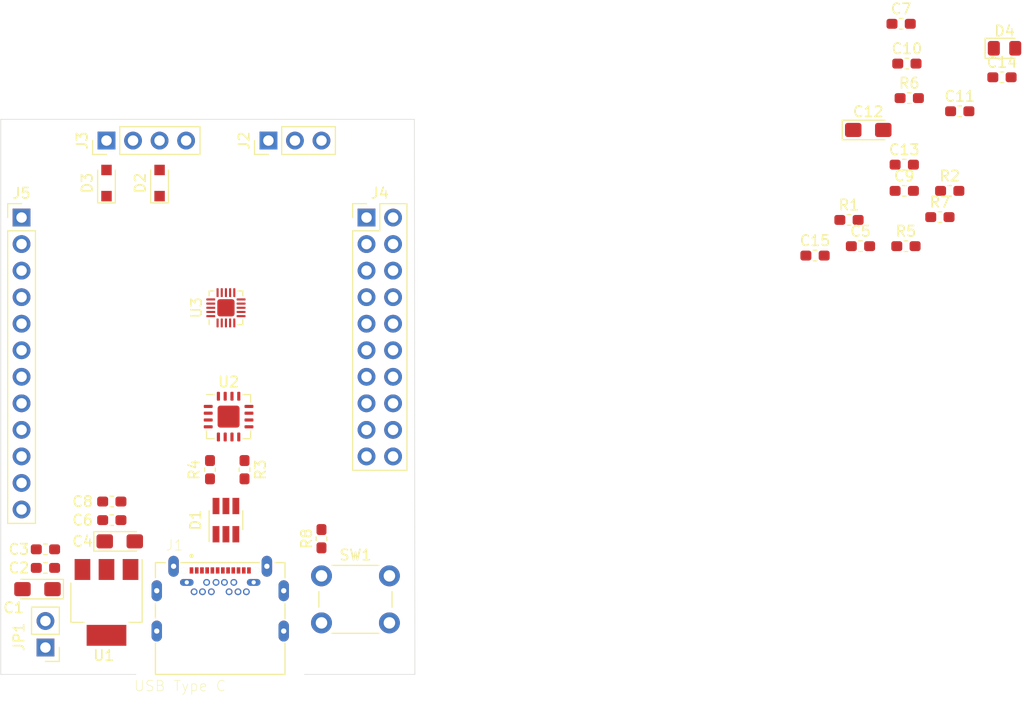
<source format=kicad_pcb>
(kicad_pcb (version 20171130) (host pcbnew 5.1.4-5.1.4)

  (general
    (thickness 1)
    (drawings 7)
    (tracks 0)
    (zones 0)
    (modules 37)
    (nets 47)
  )

  (page A4)
  (layers
    (0 F.Cu mixed)
    (31 B.Cu mixed)
    (32 B.Adhes user)
    (33 F.Adhes user)
    (34 B.Paste user)
    (35 F.Paste user)
    (36 B.SilkS user)
    (37 F.SilkS user)
    (38 B.Mask user)
    (39 F.Mask user)
    (40 Dwgs.User user)
    (41 Cmts.User user)
    (42 Eco1.User user)
    (43 Eco2.User user)
    (44 Edge.Cuts user)
    (45 Margin user)
    (46 B.CrtYd user)
    (47 F.CrtYd user)
    (48 B.Fab user)
    (49 F.Fab user hide)
  )

  (setup
    (last_trace_width 0.25)
    (trace_clearance 0.2)
    (zone_clearance 0.508)
    (zone_45_only no)
    (trace_min 0.1524)
    (via_size 0.8)
    (via_drill 0.4)
    (via_min_size 0.4064)
    (via_min_drill 0.3)
    (uvia_size 0.3)
    (uvia_drill 0.1)
    (uvias_allowed no)
    (uvia_min_size 0.2)
    (uvia_min_drill 0.1)
    (edge_width 0.05)
    (segment_width 0.2)
    (pcb_text_width 0.3)
    (pcb_text_size 1.5 1.5)
    (mod_edge_width 0.12)
    (mod_text_size 1 1)
    (mod_text_width 0.15)
    (pad_size 1.524 1.524)
    (pad_drill 0.762)
    (pad_to_mask_clearance 0.051)
    (solder_mask_min_width 0.25)
    (aux_axis_origin 0 0)
    (visible_elements FFFFFF7F)
    (pcbplotparams
      (layerselection 0x010fc_ffffffff)
      (usegerberextensions false)
      (usegerberattributes false)
      (usegerberadvancedattributes false)
      (creategerberjobfile false)
      (excludeedgelayer true)
      (linewidth 0.100000)
      (plotframeref false)
      (viasonmask false)
      (mode 1)
      (useauxorigin false)
      (hpglpennumber 1)
      (hpglpenspeed 20)
      (hpglpendiameter 15.000000)
      (psnegative false)
      (psa4output false)
      (plotreference true)
      (plotvalue true)
      (plotinvisibletext false)
      (padsonsilk false)
      (subtractmaskfromsilk false)
      (outputformat 1)
      (mirror false)
      (drillshape 1)
      (scaleselection 1)
      (outputdirectory ""))
  )

  (net 0 "")
  (net 1 GND)
  (net 2 "Net-(C1-Pad1)")
  (net 3 +3V3)
  (net 4 /D+)
  (net 5 /D-)
  (net 6 /3V3OUT)
  (net 7 +5V)
  (net 8 VCC)
  (net 9 "Net-(D2-Pad2)")
  (net 10 "Net-(J1-PadB5)")
  (net 11 "Net-(J1-PadB8)")
  (net 12 "Net-(J1-PadA8)")
  (net 13 "Net-(J1-PadA5)")
  (net 14 /PB1)
  (net 15 /PB2)
  (net 16 /PB3)
  (net 17 /PB4)
  (net 18 /PB5)
  (net 19 /PC0)
  (net 20 /PC1)
  (net 21 /PC2)
  (net 22 /PC3)
  (net 23 /PB0)
  (net 24 /PA7)
  (net 25 /PA6)
  (net 26 /PA5)
  (net 27 /PA4)
  (net 28 /PA3)
  (net 29 /PA2)
  (net 30 /PA1)
  (net 31 /UPDI)
  (net 32 /CBUS3)
  (net 33 /CBUS2)
  (net 34 /CBUS1)
  (net 35 /CBUS0)
  (net 36 /~CTS)
  (net 37 /~RTS)
  (net 38 /RXD)
  (net 39 /TXD)
  (net 40 "Net-(R3-Pad1)")
  (net 41 "Net-(R4-Pad1)")
  (net 42 /RCT_D-)
  (net 43 /RCT_D+)
  (net 44 "Net-(D3-Pad2)")
  (net 45 "Net-(D4-Pad1)")
  (net 46 "Net-(R8-Pad1)")

  (net_class Default "This is the default net class."
    (clearance 0.2)
    (trace_width 0.25)
    (via_dia 0.8)
    (via_drill 0.4)
    (uvia_dia 0.3)
    (uvia_drill 0.1)
    (add_net +3V3)
    (add_net +5V)
    (add_net /3V3OUT)
    (add_net /CBUS0)
    (add_net /CBUS1)
    (add_net /CBUS2)
    (add_net /CBUS3)
    (add_net /D+)
    (add_net /D-)
    (add_net /PA1)
    (add_net /PA2)
    (add_net /PA3)
    (add_net /PA4)
    (add_net /PA5)
    (add_net /PA6)
    (add_net /PA7)
    (add_net /PB0)
    (add_net /PB1)
    (add_net /PB2)
    (add_net /PB3)
    (add_net /PB4)
    (add_net /PB5)
    (add_net /PC0)
    (add_net /PC1)
    (add_net /PC2)
    (add_net /PC3)
    (add_net /RCT_D+)
    (add_net /RCT_D-)
    (add_net /RXD)
    (add_net /TXD)
    (add_net /UPDI)
    (add_net /~CTS)
    (add_net /~RTS)
    (add_net GND)
    (add_net "Net-(C1-Pad1)")
    (add_net "Net-(D2-Pad2)")
    (add_net "Net-(D3-Pad2)")
    (add_net "Net-(D4-Pad1)")
    (add_net "Net-(J1-PadA5)")
    (add_net "Net-(J1-PadA8)")
    (add_net "Net-(J1-PadB5)")
    (add_net "Net-(J1-PadB8)")
    (add_net "Net-(R3-Pad1)")
    (add_net "Net-(R4-Pad1)")
    (add_net "Net-(R8-Pad1)")
    (add_net VCC)
  )

  (module Button_Switch_THT:SW_PUSH_6mm_H4.3mm (layer F.Cu) (tedit 5A02FE31) (tstamp 5D84D75B)
    (at 149.606 125.222)
    (descr "tactile push button, 6x6mm e.g. PHAP33xx series, height=4.3mm")
    (tags "tact sw push 6mm")
    (path /5D947D41)
    (fp_text reference SW1 (at 3.25 -2) (layer F.SilkS)
      (effects (font (size 1 1) (thickness 0.15)))
    )
    (fp_text value Reset (at 3.75 6.7) (layer F.Fab)
      (effects (font (size 1 1) (thickness 0.15)))
    )
    (fp_circle (center 3.25 2.25) (end 1.25 2.5) (layer F.Fab) (width 0.1))
    (fp_line (start 6.75 3) (end 6.75 1.5) (layer F.SilkS) (width 0.12))
    (fp_line (start 5.5 -1) (end 1 -1) (layer F.SilkS) (width 0.12))
    (fp_line (start -0.25 1.5) (end -0.25 3) (layer F.SilkS) (width 0.12))
    (fp_line (start 1 5.5) (end 5.5 5.5) (layer F.SilkS) (width 0.12))
    (fp_line (start 8 -1.25) (end 8 5.75) (layer F.CrtYd) (width 0.05))
    (fp_line (start 7.75 6) (end -1.25 6) (layer F.CrtYd) (width 0.05))
    (fp_line (start -1.5 5.75) (end -1.5 -1.25) (layer F.CrtYd) (width 0.05))
    (fp_line (start -1.25 -1.5) (end 7.75 -1.5) (layer F.CrtYd) (width 0.05))
    (fp_line (start -1.5 6) (end -1.25 6) (layer F.CrtYd) (width 0.05))
    (fp_line (start -1.5 5.75) (end -1.5 6) (layer F.CrtYd) (width 0.05))
    (fp_line (start -1.5 -1.5) (end -1.25 -1.5) (layer F.CrtYd) (width 0.05))
    (fp_line (start -1.5 -1.25) (end -1.5 -1.5) (layer F.CrtYd) (width 0.05))
    (fp_line (start 8 -1.5) (end 8 -1.25) (layer F.CrtYd) (width 0.05))
    (fp_line (start 7.75 -1.5) (end 8 -1.5) (layer F.CrtYd) (width 0.05))
    (fp_line (start 8 6) (end 8 5.75) (layer F.CrtYd) (width 0.05))
    (fp_line (start 7.75 6) (end 8 6) (layer F.CrtYd) (width 0.05))
    (fp_line (start 0.25 -0.75) (end 3.25 -0.75) (layer F.Fab) (width 0.1))
    (fp_line (start 0.25 5.25) (end 0.25 -0.75) (layer F.Fab) (width 0.1))
    (fp_line (start 6.25 5.25) (end 0.25 5.25) (layer F.Fab) (width 0.1))
    (fp_line (start 6.25 -0.75) (end 6.25 5.25) (layer F.Fab) (width 0.1))
    (fp_line (start 3.25 -0.75) (end 6.25 -0.75) (layer F.Fab) (width 0.1))
    (fp_text user %R (at 3.25 2.25) (layer F.Fab)
      (effects (font (size 1 1) (thickness 0.15)))
    )
    (pad 1 thru_hole circle (at 6.5 0 90) (size 2 2) (drill 1.1) (layers *.Cu *.Mask)
      (net 46 "Net-(R8-Pad1)"))
    (pad 2 thru_hole circle (at 6.5 4.5 90) (size 2 2) (drill 1.1) (layers *.Cu *.Mask)
      (net 1 GND))
    (pad 1 thru_hole circle (at 0 0 90) (size 2 2) (drill 1.1) (layers *.Cu *.Mask)
      (net 46 "Net-(R8-Pad1)"))
    (pad 2 thru_hole circle (at 0 4.5 90) (size 2 2) (drill 1.1) (layers *.Cu *.Mask)
      (net 1 GND))
    (model ${KISYS3DMOD}/Button_Switch_THT.3dshapes/SW_PUSH_6mm_H4.3mm.wrl
      (at (xyz 0 0 0))
      (scale (xyz 1 1 1))
      (rotate (xyz 0 0 0))
    )
  )

  (module Connector_PinHeader_2.54mm:PinHeader_1x12_P2.54mm_Vertical (layer F.Cu) (tedit 59FED5CC) (tstamp 5D84855D)
    (at 120.904 90.932)
    (descr "Through hole straight pin header, 1x12, 2.54mm pitch, single row")
    (tags "Through hole pin header THT 1x12 2.54mm single row")
    (path /5D892557)
    (fp_text reference J5 (at 0 -2.33) (layer F.SilkS)
      (effects (font (size 1 1) (thickness 0.15)))
    )
    (fp_text value "FT230XQ Ext." (at 0 30.27) (layer F.Fab)
      (effects (font (size 1 1) (thickness 0.15)))
    )
    (fp_text user %R (at 0 13.97 90) (layer F.Fab)
      (effects (font (size 1 1) (thickness 0.15)))
    )
    (fp_line (start 1.8 -1.8) (end -1.8 -1.8) (layer F.CrtYd) (width 0.05))
    (fp_line (start 1.8 29.75) (end 1.8 -1.8) (layer F.CrtYd) (width 0.05))
    (fp_line (start -1.8 29.75) (end 1.8 29.75) (layer F.CrtYd) (width 0.05))
    (fp_line (start -1.8 -1.8) (end -1.8 29.75) (layer F.CrtYd) (width 0.05))
    (fp_line (start -1.33 -1.33) (end 0 -1.33) (layer F.SilkS) (width 0.12))
    (fp_line (start -1.33 0) (end -1.33 -1.33) (layer F.SilkS) (width 0.12))
    (fp_line (start -1.33 1.27) (end 1.33 1.27) (layer F.SilkS) (width 0.12))
    (fp_line (start 1.33 1.27) (end 1.33 29.27) (layer F.SilkS) (width 0.12))
    (fp_line (start -1.33 1.27) (end -1.33 29.27) (layer F.SilkS) (width 0.12))
    (fp_line (start -1.33 29.27) (end 1.33 29.27) (layer F.SilkS) (width 0.12))
    (fp_line (start -1.27 -0.635) (end -0.635 -1.27) (layer F.Fab) (width 0.1))
    (fp_line (start -1.27 29.21) (end -1.27 -0.635) (layer F.Fab) (width 0.1))
    (fp_line (start 1.27 29.21) (end -1.27 29.21) (layer F.Fab) (width 0.1))
    (fp_line (start 1.27 -1.27) (end 1.27 29.21) (layer F.Fab) (width 0.1))
    (fp_line (start -0.635 -1.27) (end 1.27 -1.27) (layer F.Fab) (width 0.1))
    (pad 12 thru_hole oval (at 0 27.94) (size 1.7 1.7) (drill 1) (layers *.Cu *.Mask)
      (net 1 GND))
    (pad 11 thru_hole oval (at 0 25.4) (size 1.7 1.7) (drill 1) (layers *.Cu *.Mask)
      (net 7 +5V))
    (pad 10 thru_hole oval (at 0 22.86) (size 1.7 1.7) (drill 1) (layers *.Cu *.Mask)
      (net 36 /~CTS))
    (pad 9 thru_hole oval (at 0 20.32) (size 1.7 1.7) (drill 1) (layers *.Cu *.Mask)
      (net 37 /~RTS))
    (pad 8 thru_hole oval (at 0 17.78) (size 1.7 1.7) (drill 1) (layers *.Cu *.Mask)
      (net 38 /RXD))
    (pad 7 thru_hole oval (at 0 15.24) (size 1.7 1.7) (drill 1) (layers *.Cu *.Mask)
      (net 39 /TXD))
    (pad 6 thru_hole oval (at 0 12.7) (size 1.7 1.7) (drill 1) (layers *.Cu *.Mask)
      (net 1 GND))
    (pad 5 thru_hole oval (at 0 10.16) (size 1.7 1.7) (drill 1) (layers *.Cu *.Mask)
      (net 3 +3V3))
    (pad 4 thru_hole oval (at 0 7.62) (size 1.7 1.7) (drill 1) (layers *.Cu *.Mask)
      (net 32 /CBUS3))
    (pad 3 thru_hole oval (at 0 5.08) (size 1.7 1.7) (drill 1) (layers *.Cu *.Mask)
      (net 33 /CBUS2))
    (pad 2 thru_hole oval (at 0 2.54) (size 1.7 1.7) (drill 1) (layers *.Cu *.Mask)
      (net 34 /CBUS1))
    (pad 1 thru_hole rect (at 0 0) (size 1.7 1.7) (drill 1) (layers *.Cu *.Mask)
      (net 35 /CBUS0))
    (model ${KISYS3DMOD}/Connector_PinHeader_2.54mm.3dshapes/PinHeader_1x12_P2.54mm_Vertical.wrl
      (at (xyz 0 0 0))
      (scale (xyz 1 1 1))
      (rotate (xyz 0 0 0))
    )
  )

  (module Resistor_SMD:R_0603_1608Metric_Pad1.05x0.95mm_HandSolder (layer F.Cu) (tedit 5B301BBD) (tstamp 5D847916)
    (at 149.606 121.666 90)
    (descr "Resistor SMD 0603 (1608 Metric), square (rectangular) end terminal, IPC_7351 nominal with elongated pad for handsoldering. (Body size source: http://www.tortai-tech.com/upload/download/2011102023233369053.pdf), generated with kicad-footprint-generator")
    (tags "resistor handsolder")
    (path /5D89EAD1)
    (attr smd)
    (fp_text reference R8 (at 0 -1.43 90) (layer F.SilkS)
      (effects (font (size 1 1) (thickness 0.15)))
    )
    (fp_text value 330R (at 0 1.43 90) (layer F.Fab)
      (effects (font (size 1 1) (thickness 0.15)))
    )
    (fp_text user %R (at 0 0 90) (layer F.Fab)
      (effects (font (size 0.4 0.4) (thickness 0.06)))
    )
    (fp_line (start 1.65 0.73) (end -1.65 0.73) (layer F.CrtYd) (width 0.05))
    (fp_line (start 1.65 -0.73) (end 1.65 0.73) (layer F.CrtYd) (width 0.05))
    (fp_line (start -1.65 -0.73) (end 1.65 -0.73) (layer F.CrtYd) (width 0.05))
    (fp_line (start -1.65 0.73) (end -1.65 -0.73) (layer F.CrtYd) (width 0.05))
    (fp_line (start -0.171267 0.51) (end 0.171267 0.51) (layer F.SilkS) (width 0.12))
    (fp_line (start -0.171267 -0.51) (end 0.171267 -0.51) (layer F.SilkS) (width 0.12))
    (fp_line (start 0.8 0.4) (end -0.8 0.4) (layer F.Fab) (width 0.1))
    (fp_line (start 0.8 -0.4) (end 0.8 0.4) (layer F.Fab) (width 0.1))
    (fp_line (start -0.8 -0.4) (end 0.8 -0.4) (layer F.Fab) (width 0.1))
    (fp_line (start -0.8 0.4) (end -0.8 -0.4) (layer F.Fab) (width 0.1))
    (pad 2 smd roundrect (at 0.875 0 90) (size 1.05 0.95) (layers F.Cu F.Paste F.Mask) (roundrect_rratio 0.25)
      (net 31 /UPDI))
    (pad 1 smd roundrect (at -0.875 0 90) (size 1.05 0.95) (layers F.Cu F.Paste F.Mask) (roundrect_rratio 0.25)
      (net 46 "Net-(R8-Pad1)"))
    (model ${KISYS3DMOD}/Resistor_SMD.3dshapes/R_0603_1608Metric.wrl
      (at (xyz 0 0 0))
      (scale (xyz 1 1 1))
      (rotate (xyz 0 0 0))
    )
  )

  (module Package_TO_SOT_SMD:SOT-23-6_Handsoldering (layer F.Cu) (tedit 5A02FF57) (tstamp 5D7F74AB)
    (at 140.462 119.888 90)
    (descr "6-pin SOT-23 package, Handsoldering")
    (tags "SOT-23-6 Handsoldering")
    (path /5D82F42F)
    (attr smd)
    (fp_text reference D1 (at 0 -2.9 90) (layer F.SilkS)
      (effects (font (size 1 1) (thickness 0.15)))
    )
    (fp_text value USBLC6-2SC6 (at 0 2.9 90) (layer F.Fab)
      (effects (font (size 1 1) (thickness 0.15)))
    )
    (fp_line (start 0.9 -1.55) (end 0.9 1.55) (layer F.Fab) (width 0.1))
    (fp_line (start 0.9 1.55) (end -0.9 1.55) (layer F.Fab) (width 0.1))
    (fp_line (start -0.9 -0.9) (end -0.9 1.55) (layer F.Fab) (width 0.1))
    (fp_line (start 0.9 -1.55) (end -0.25 -1.55) (layer F.Fab) (width 0.1))
    (fp_line (start -0.9 -0.9) (end -0.25 -1.55) (layer F.Fab) (width 0.1))
    (fp_line (start -2.4 -1.8) (end 2.4 -1.8) (layer F.CrtYd) (width 0.05))
    (fp_line (start 2.4 -1.8) (end 2.4 1.8) (layer F.CrtYd) (width 0.05))
    (fp_line (start 2.4 1.8) (end -2.4 1.8) (layer F.CrtYd) (width 0.05))
    (fp_line (start -2.4 1.8) (end -2.4 -1.8) (layer F.CrtYd) (width 0.05))
    (fp_line (start 0.9 -1.61) (end -2.05 -1.61) (layer F.SilkS) (width 0.12))
    (fp_line (start -0.9 1.61) (end 0.9 1.61) (layer F.SilkS) (width 0.12))
    (fp_text user %R (at 0 0) (layer F.Fab)
      (effects (font (size 0.5 0.5) (thickness 0.075)))
    )
    (pad 5 smd rect (at 1.35 0 90) (size 1.56 0.65) (layers F.Cu F.Paste F.Mask)
      (net 7 +5V))
    (pad 6 smd rect (at 1.35 -0.95 90) (size 1.56 0.65) (layers F.Cu F.Paste F.Mask)
      (net 4 /D+))
    (pad 4 smd rect (at 1.35 0.95 90) (size 1.56 0.65) (layers F.Cu F.Paste F.Mask)
      (net 5 /D-))
    (pad 3 smd rect (at -1.35 0.95 90) (size 1.56 0.65) (layers F.Cu F.Paste F.Mask)
      (net 42 /RCT_D-))
    (pad 2 smd rect (at -1.35 0 90) (size 1.56 0.65) (layers F.Cu F.Paste F.Mask)
      (net 1 GND))
    (pad 1 smd rect (at -1.35 -0.95 90) (size 1.56 0.65) (layers F.Cu F.Paste F.Mask)
      (net 43 /RCT_D+))
    (model ${KISYS3DMOD}/Package_TO_SOT_SMD.3dshapes/SOT-23-6.wrl
      (at (xyz 0 0 0))
      (scale (xyz 1 1 1))
      (rotate (xyz 0 0 0))
    )
  )

  (module Package_DFN_QFN:QFN-20-1EP_3x3mm_P0.4mm_EP1.65x1.65mm (layer F.Cu) (tedit 5C5C931A) (tstamp 5D7F0588)
    (at 140.462 99.568 90)
    (descr "QFN, 20 Pin (https://www.analog.com/media/en/technical-documentation/data-sheets/3553fc.pdf#page=34), generated with kicad-footprint-generator ipc_noLead_generator.py")
    (tags "QFN NoLead")
    (path /5D726622)
    (attr smd)
    (fp_text reference U3 (at 0 -2.82 90) (layer F.SilkS)
      (effects (font (size 1 1) (thickness 0.15)))
    )
    (fp_text value ATtiny406_VQFN (at 0 2.82 90) (layer F.Fab)
      (effects (font (size 1 1) (thickness 0.15)))
    )
    (fp_text user %R (at 0 0 90) (layer F.Fab)
      (effects (font (size 0.75 0.75) (thickness 0.11)))
    )
    (fp_line (start 2.12 -2.12) (end -2.12 -2.12) (layer F.CrtYd) (width 0.05))
    (fp_line (start 2.12 2.12) (end 2.12 -2.12) (layer F.CrtYd) (width 0.05))
    (fp_line (start -2.12 2.12) (end 2.12 2.12) (layer F.CrtYd) (width 0.05))
    (fp_line (start -2.12 -2.12) (end -2.12 2.12) (layer F.CrtYd) (width 0.05))
    (fp_line (start -1.5 -0.75) (end -0.75 -1.5) (layer F.Fab) (width 0.1))
    (fp_line (start -1.5 1.5) (end -1.5 -0.75) (layer F.Fab) (width 0.1))
    (fp_line (start 1.5 1.5) (end -1.5 1.5) (layer F.Fab) (width 0.1))
    (fp_line (start 1.5 -1.5) (end 1.5 1.5) (layer F.Fab) (width 0.1))
    (fp_line (start -0.75 -1.5) (end 1.5 -1.5) (layer F.Fab) (width 0.1))
    (fp_line (start -1.16 -1.61) (end -1.61 -1.61) (layer F.SilkS) (width 0.12))
    (fp_line (start 1.61 1.61) (end 1.61 1.16) (layer F.SilkS) (width 0.12))
    (fp_line (start 1.16 1.61) (end 1.61 1.61) (layer F.SilkS) (width 0.12))
    (fp_line (start -1.61 1.61) (end -1.61 1.16) (layer F.SilkS) (width 0.12))
    (fp_line (start -1.16 1.61) (end -1.61 1.61) (layer F.SilkS) (width 0.12))
    (fp_line (start 1.61 -1.61) (end 1.61 -1.16) (layer F.SilkS) (width 0.12))
    (fp_line (start 1.16 -1.61) (end 1.61 -1.61) (layer F.SilkS) (width 0.12))
    (pad 20 smd roundrect (at -0.8 -1.45 90) (size 0.2 0.85) (layers F.Cu F.Paste F.Mask) (roundrect_rratio 0.25)
      (net 30 /PA1))
    (pad 19 smd roundrect (at -0.4 -1.45 90) (size 0.2 0.85) (layers F.Cu F.Paste F.Mask) (roundrect_rratio 0.25)
      (net 31 /UPDI))
    (pad 18 smd roundrect (at 0 -1.45 90) (size 0.2 0.85) (layers F.Cu F.Paste F.Mask) (roundrect_rratio 0.25)
      (net 22 /PC3))
    (pad 17 smd roundrect (at 0.4 -1.45 90) (size 0.2 0.85) (layers F.Cu F.Paste F.Mask) (roundrect_rratio 0.25)
      (net 21 /PC2))
    (pad 16 smd roundrect (at 0.8 -1.45 90) (size 0.2 0.85) (layers F.Cu F.Paste F.Mask) (roundrect_rratio 0.25)
      (net 20 /PC1))
    (pad 15 smd roundrect (at 1.45 -0.8 90) (size 0.85 0.2) (layers F.Cu F.Paste F.Mask) (roundrect_rratio 0.25)
      (net 19 /PC0))
    (pad 14 smd roundrect (at 1.45 -0.4 90) (size 0.85 0.2) (layers F.Cu F.Paste F.Mask) (roundrect_rratio 0.25)
      (net 23 /PB0))
    (pad 13 smd roundrect (at 1.45 0 90) (size 0.85 0.2) (layers F.Cu F.Paste F.Mask) (roundrect_rratio 0.25)
      (net 14 /PB1))
    (pad 12 smd roundrect (at 1.45 0.4 90) (size 0.85 0.2) (layers F.Cu F.Paste F.Mask) (roundrect_rratio 0.25)
      (net 15 /PB2))
    (pad 11 smd roundrect (at 1.45 0.8 90) (size 0.85 0.2) (layers F.Cu F.Paste F.Mask) (roundrect_rratio 0.25)
      (net 16 /PB3))
    (pad 10 smd roundrect (at 0.8 1.45 90) (size 0.2 0.85) (layers F.Cu F.Paste F.Mask) (roundrect_rratio 0.25)
      (net 17 /PB4))
    (pad 9 smd roundrect (at 0.4 1.45 90) (size 0.2 0.85) (layers F.Cu F.Paste F.Mask) (roundrect_rratio 0.25)
      (net 18 /PB5))
    (pad 8 smd roundrect (at 0 1.45 90) (size 0.2 0.85) (layers F.Cu F.Paste F.Mask) (roundrect_rratio 0.25)
      (net 24 /PA7))
    (pad 7 smd roundrect (at -0.4 1.45 90) (size 0.2 0.85) (layers F.Cu F.Paste F.Mask) (roundrect_rratio 0.25)
      (net 25 /PA6))
    (pad 6 smd roundrect (at -0.8 1.45 90) (size 0.2 0.85) (layers F.Cu F.Paste F.Mask) (roundrect_rratio 0.25)
      (net 26 /PA5))
    (pad 5 smd roundrect (at -1.45 0.8 90) (size 0.85 0.2) (layers F.Cu F.Paste F.Mask) (roundrect_rratio 0.25)
      (net 27 /PA4))
    (pad 4 smd roundrect (at -1.45 0.4 90) (size 0.85 0.2) (layers F.Cu F.Paste F.Mask) (roundrect_rratio 0.25)
      (net 8 VCC))
    (pad 3 smd roundrect (at -1.45 0 90) (size 0.85 0.2) (layers F.Cu F.Paste F.Mask) (roundrect_rratio 0.25)
      (net 1 GND))
    (pad 2 smd roundrect (at -1.45 -0.4 90) (size 0.85 0.2) (layers F.Cu F.Paste F.Mask) (roundrect_rratio 0.25)
      (net 28 /PA3))
    (pad 1 smd roundrect (at -1.45 -0.8 90) (size 0.85 0.2) (layers F.Cu F.Paste F.Mask) (roundrect_rratio 0.25)
      (net 29 /PA2))
    (pad "" smd roundrect (at 0.41 0.41 90) (size 0.67 0.67) (layers F.Paste) (roundrect_rratio 0.25))
    (pad "" smd roundrect (at 0.41 -0.41 90) (size 0.67 0.67) (layers F.Paste) (roundrect_rratio 0.25))
    (pad "" smd roundrect (at -0.41 0.41 90) (size 0.67 0.67) (layers F.Paste) (roundrect_rratio 0.25))
    (pad "" smd roundrect (at -0.41 -0.41 90) (size 0.67 0.67) (layers F.Paste) (roundrect_rratio 0.25))
    (pad 21 smd roundrect (at 0 0 90) (size 1.65 1.65) (layers F.Cu F.Mask) (roundrect_rratio 0.151515))
    (model ${KISYS3DMOD}/Package_DFN_QFN.3dshapes/QFN-20-1EP_3x3mm_P0.4mm_EP1.65x1.65mm.wrl
      (at (xyz 0 0 0))
      (scale (xyz 1 1 1))
      (rotate (xyz 0 0 0))
    )
  )

  (module Package_DFN_QFN:QFN-16-1EP_4x4mm_P0.65mm_EP2.1x2.1mm (layer F.Cu) (tedit 5BA3C3DC) (tstamp 5D7F055A)
    (at 140.716 109.982)
    (descr "QFN, 16 Pin (http://www.thatcorp.com/datashts/THAT_1580_Datasheet.pdf), generated with kicad-footprint-generator ipc_dfn_qfn_generator.py")
    (tags "QFN DFN_QFN")
    (path /5D79FDBB)
    (attr smd)
    (fp_text reference U2 (at 0 -3.32) (layer F.SilkS)
      (effects (font (size 1 1) (thickness 0.15)))
    )
    (fp_text value FT230XQ (at 0 3.32) (layer F.Fab)
      (effects (font (size 1 1) (thickness 0.15)))
    )
    (fp_text user %R (at 0 0) (layer F.Fab)
      (effects (font (size 1 1) (thickness 0.15)))
    )
    (fp_line (start 2.62 -2.62) (end -2.62 -2.62) (layer F.CrtYd) (width 0.05))
    (fp_line (start 2.62 2.62) (end 2.62 -2.62) (layer F.CrtYd) (width 0.05))
    (fp_line (start -2.62 2.62) (end 2.62 2.62) (layer F.CrtYd) (width 0.05))
    (fp_line (start -2.62 -2.62) (end -2.62 2.62) (layer F.CrtYd) (width 0.05))
    (fp_line (start -2 -1) (end -1 -2) (layer F.Fab) (width 0.1))
    (fp_line (start -2 2) (end -2 -1) (layer F.Fab) (width 0.1))
    (fp_line (start 2 2) (end -2 2) (layer F.Fab) (width 0.1))
    (fp_line (start 2 -2) (end 2 2) (layer F.Fab) (width 0.1))
    (fp_line (start -1 -2) (end 2 -2) (layer F.Fab) (width 0.1))
    (fp_line (start -1.385 -2.11) (end -2.11 -2.11) (layer F.SilkS) (width 0.12))
    (fp_line (start 2.11 2.11) (end 2.11 1.385) (layer F.SilkS) (width 0.12))
    (fp_line (start 1.385 2.11) (end 2.11 2.11) (layer F.SilkS) (width 0.12))
    (fp_line (start -2.11 2.11) (end -2.11 1.385) (layer F.SilkS) (width 0.12))
    (fp_line (start -1.385 2.11) (end -2.11 2.11) (layer F.SilkS) (width 0.12))
    (fp_line (start 2.11 -2.11) (end 2.11 -1.385) (layer F.SilkS) (width 0.12))
    (fp_line (start 1.385 -2.11) (end 2.11 -2.11) (layer F.SilkS) (width 0.12))
    (pad 16 smd roundrect (at -0.975 -1.95) (size 0.3 0.85) (layers F.Cu F.Paste F.Mask) (roundrect_rratio 0.25)
      (net 37 /~RTS))
    (pad 15 smd roundrect (at -0.325 -1.95) (size 0.3 0.85) (layers F.Cu F.Paste F.Mask) (roundrect_rratio 0.25)
      (net 39 /TXD))
    (pad 14 smd roundrect (at 0.325 -1.95) (size 0.3 0.85) (layers F.Cu F.Paste F.Mask) (roundrect_rratio 0.25)
      (net 32 /CBUS3))
    (pad 13 smd roundrect (at 0.975 -1.95) (size 0.3 0.85) (layers F.Cu F.Paste F.Mask) (roundrect_rratio 0.25)
      (net 1 GND))
    (pad 12 smd roundrect (at 1.95 -0.975) (size 0.85 0.3) (layers F.Cu F.Paste F.Mask) (roundrect_rratio 0.25)
      (net 35 /CBUS0))
    (pad 11 smd roundrect (at 1.95 -0.325) (size 0.85 0.3) (layers F.Cu F.Paste F.Mask) (roundrect_rratio 0.25)
      (net 34 /CBUS1))
    (pad 10 smd roundrect (at 1.95 0.325) (size 0.85 0.3) (layers F.Cu F.Paste F.Mask) (roundrect_rratio 0.25)
      (net 7 +5V))
    (pad 9 smd roundrect (at 1.95 0.975) (size 0.85 0.3) (layers F.Cu F.Paste F.Mask) (roundrect_rratio 0.25)
      (net 6 /3V3OUT))
    (pad 8 smd roundrect (at 0.975 1.95) (size 0.3 0.85) (layers F.Cu F.Paste F.Mask) (roundrect_rratio 0.25)
      (net 6 /3V3OUT))
    (pad 7 smd roundrect (at 0.325 1.95) (size 0.3 0.85) (layers F.Cu F.Paste F.Mask) (roundrect_rratio 0.25)
      (net 40 "Net-(R3-Pad1)"))
    (pad 6 smd roundrect (at -0.325 1.95) (size 0.3 0.85) (layers F.Cu F.Paste F.Mask) (roundrect_rratio 0.25)
      (net 41 "Net-(R4-Pad1)"))
    (pad 5 smd roundrect (at -0.975 1.95) (size 0.3 0.85) (layers F.Cu F.Paste F.Mask) (roundrect_rratio 0.25)
      (net 33 /CBUS2))
    (pad 4 smd roundrect (at -1.95 0.975) (size 0.85 0.3) (layers F.Cu F.Paste F.Mask) (roundrect_rratio 0.25)
      (net 36 /~CTS))
    (pad 3 smd roundrect (at -1.95 0.325) (size 0.85 0.3) (layers F.Cu F.Paste F.Mask) (roundrect_rratio 0.25)
      (net 1 GND))
    (pad 2 smd roundrect (at -1.95 -0.325) (size 0.85 0.3) (layers F.Cu F.Paste F.Mask) (roundrect_rratio 0.25)
      (net 38 /RXD))
    (pad 1 smd roundrect (at -1.95 -0.975) (size 0.85 0.3) (layers F.Cu F.Paste F.Mask) (roundrect_rratio 0.25)
      (net 6 /3V3OUT))
    (pad "" smd roundrect (at 0.525 0.525) (size 0.85 0.85) (layers F.Paste) (roundrect_rratio 0.25))
    (pad "" smd roundrect (at 0.525 -0.525) (size 0.85 0.85) (layers F.Paste) (roundrect_rratio 0.25))
    (pad "" smd roundrect (at -0.525 0.525) (size 0.85 0.85) (layers F.Paste) (roundrect_rratio 0.25))
    (pad "" smd roundrect (at -0.525 -0.525) (size 0.85 0.85) (layers F.Paste) (roundrect_rratio 0.25))
    (pad 17 smd roundrect (at 0 0) (size 2.1 2.1) (layers F.Cu F.Mask) (roundrect_rratio 0.119048)
      (net 1 GND))
    (model ${KISYS3DMOD}/Package_DFN_QFN.3dshapes/QFN-16-1EP_4x4mm_P0.65mm_EP2.1x2.1mm.wrl
      (at (xyz 0 0 0))
      (scale (xyz 1 1 1))
      (rotate (xyz 0 0 0))
    )
  )

  (module Package_TO_SOT_SMD:SOT-223-3_TabPin2 (layer F.Cu) (tedit 5A02FF57) (tstamp 5D7F9662)
    (at 129.032 127.762 270)
    (descr "module CMS SOT223 4 pins")
    (tags "CMS SOT")
    (path /5D8857B3)
    (attr smd)
    (fp_text reference U1 (at 5.08 0.254 180) (layer F.SilkS)
      (effects (font (size 1 1) (thickness 0.15)))
    )
    (fp_text value AP1117-33 (at 0 4.5 90) (layer F.Fab)
      (effects (font (size 1 1) (thickness 0.15)))
    )
    (fp_line (start 1.85 -3.35) (end 1.85 3.35) (layer F.Fab) (width 0.1))
    (fp_line (start -1.85 3.35) (end 1.85 3.35) (layer F.Fab) (width 0.1))
    (fp_line (start -4.1 -3.41) (end 1.91 -3.41) (layer F.SilkS) (width 0.12))
    (fp_line (start -0.85 -3.35) (end 1.85 -3.35) (layer F.Fab) (width 0.1))
    (fp_line (start -1.85 3.41) (end 1.91 3.41) (layer F.SilkS) (width 0.12))
    (fp_line (start -1.85 -2.35) (end -1.85 3.35) (layer F.Fab) (width 0.1))
    (fp_line (start -1.85 -2.35) (end -0.85 -3.35) (layer F.Fab) (width 0.1))
    (fp_line (start -4.4 -3.6) (end -4.4 3.6) (layer F.CrtYd) (width 0.05))
    (fp_line (start -4.4 3.6) (end 4.4 3.6) (layer F.CrtYd) (width 0.05))
    (fp_line (start 4.4 3.6) (end 4.4 -3.6) (layer F.CrtYd) (width 0.05))
    (fp_line (start 4.4 -3.6) (end -4.4 -3.6) (layer F.CrtYd) (width 0.05))
    (fp_line (start 1.91 -3.41) (end 1.91 -2.15) (layer F.SilkS) (width 0.12))
    (fp_line (start 1.91 3.41) (end 1.91 2.15) (layer F.SilkS) (width 0.12))
    (fp_text user %R (at 0 0) (layer F.Fab)
      (effects (font (size 0.8 0.8) (thickness 0.12)))
    )
    (pad 1 smd rect (at -3.15 -2.3 270) (size 2 1.5) (layers F.Cu F.Paste F.Mask)
      (net 1 GND))
    (pad 3 smd rect (at -3.15 2.3 270) (size 2 1.5) (layers F.Cu F.Paste F.Mask)
      (net 2 "Net-(C1-Pad1)"))
    (pad 2 smd rect (at -3.15 0 270) (size 2 1.5) (layers F.Cu F.Paste F.Mask)
      (net 3 +3V3))
    (pad 2 smd rect (at 3.15 0 270) (size 2 3.8) (layers F.Cu F.Paste F.Mask)
      (net 3 +3V3))
    (model ${KISYS3DMOD}/Package_TO_SOT_SMD.3dshapes/SOT-223.wrl
      (at (xyz 0 0 0))
      (scale (xyz 1 1 1))
      (rotate (xyz 0 0 0))
    )
  )

  (module Resistor_SMD:R_0603_1608Metric_Pad1.05x0.95mm_HandSolder (layer F.Cu) (tedit 5B301BBD) (tstamp 5D7F051A)
    (at 208.786 90.89)
    (descr "Resistor SMD 0603 (1608 Metric), square (rectangular) end terminal, IPC_7351 nominal with elongated pad for handsoldering. (Body size source: http://www.tortai-tech.com/upload/download/2011102023233369053.pdf), generated with kicad-footprint-generator")
    (tags "resistor handsolder")
    (path /5DE6DD51)
    (attr smd)
    (fp_text reference R7 (at 0 -1.43) (layer F.SilkS)
      (effects (font (size 1 1) (thickness 0.15)))
    )
    (fp_text value 270R (at 0 1.43) (layer F.Fab)
      (effects (font (size 1 1) (thickness 0.15)))
    )
    (fp_text user %R (at 0 0) (layer F.Fab)
      (effects (font (size 0.4 0.4) (thickness 0.06)))
    )
    (fp_line (start 1.65 0.73) (end -1.65 0.73) (layer F.CrtYd) (width 0.05))
    (fp_line (start 1.65 -0.73) (end 1.65 0.73) (layer F.CrtYd) (width 0.05))
    (fp_line (start -1.65 -0.73) (end 1.65 -0.73) (layer F.CrtYd) (width 0.05))
    (fp_line (start -1.65 0.73) (end -1.65 -0.73) (layer F.CrtYd) (width 0.05))
    (fp_line (start -0.171267 0.51) (end 0.171267 0.51) (layer F.SilkS) (width 0.12))
    (fp_line (start -0.171267 -0.51) (end 0.171267 -0.51) (layer F.SilkS) (width 0.12))
    (fp_line (start 0.8 0.4) (end -0.8 0.4) (layer F.Fab) (width 0.1))
    (fp_line (start 0.8 -0.4) (end 0.8 0.4) (layer F.Fab) (width 0.1))
    (fp_line (start -0.8 -0.4) (end 0.8 -0.4) (layer F.Fab) (width 0.1))
    (fp_line (start -0.8 0.4) (end -0.8 -0.4) (layer F.Fab) (width 0.1))
    (pad 2 smd roundrect (at 0.875 0) (size 1.05 0.95) (layers F.Cu F.Paste F.Mask) (roundrect_rratio 0.25)
      (net 35 /CBUS0))
    (pad 1 smd roundrect (at -0.875 0) (size 1.05 0.95) (layers F.Cu F.Paste F.Mask) (roundrect_rratio 0.25)
      (net 45 "Net-(D4-Pad1)"))
    (model ${KISYS3DMOD}/Resistor_SMD.3dshapes/R_0603_1608Metric.wrl
      (at (xyz 0 0 0))
      (scale (xyz 1 1 1))
      (rotate (xyz 0 0 0))
    )
  )

  (module Resistor_SMD:R_0603_1608Metric_Pad1.05x0.95mm_HandSolder (layer F.Cu) (tedit 5B301BBD) (tstamp 5D7F0509)
    (at 205.853 79.502)
    (descr "Resistor SMD 0603 (1608 Metric), square (rectangular) end terminal, IPC_7351 nominal with elongated pad for handsoldering. (Body size source: http://www.tortai-tech.com/upload/download/2011102023233369053.pdf), generated with kicad-footprint-generator")
    (tags "resistor handsolder")
    (path /5D781C43)
    (attr smd)
    (fp_text reference R6 (at 0 -1.43) (layer F.SilkS)
      (effects (font (size 1 1) (thickness 0.15)))
    )
    (fp_text value 0R (at 0 1.43) (layer F.Fab)
      (effects (font (size 1 1) (thickness 0.15)))
    )
    (fp_text user %R (at 0 0) (layer F.Fab)
      (effects (font (size 0.4 0.4) (thickness 0.06)))
    )
    (fp_line (start 1.65 0.73) (end -1.65 0.73) (layer F.CrtYd) (width 0.05))
    (fp_line (start 1.65 -0.73) (end 1.65 0.73) (layer F.CrtYd) (width 0.05))
    (fp_line (start -1.65 -0.73) (end 1.65 -0.73) (layer F.CrtYd) (width 0.05))
    (fp_line (start -1.65 0.73) (end -1.65 -0.73) (layer F.CrtYd) (width 0.05))
    (fp_line (start -0.171267 0.51) (end 0.171267 0.51) (layer F.SilkS) (width 0.12))
    (fp_line (start -0.171267 -0.51) (end 0.171267 -0.51) (layer F.SilkS) (width 0.12))
    (fp_line (start 0.8 0.4) (end -0.8 0.4) (layer F.Fab) (width 0.1))
    (fp_line (start 0.8 -0.4) (end 0.8 0.4) (layer F.Fab) (width 0.1))
    (fp_line (start -0.8 -0.4) (end 0.8 -0.4) (layer F.Fab) (width 0.1))
    (fp_line (start -0.8 0.4) (end -0.8 -0.4) (layer F.Fab) (width 0.1))
    (pad 2 smd roundrect (at 0.875 0) (size 1.05 0.95) (layers F.Cu F.Paste F.Mask) (roundrect_rratio 0.25)
      (net 38 /RXD))
    (pad 1 smd roundrect (at -0.875 0) (size 1.05 0.95) (layers F.Cu F.Paste F.Mask) (roundrect_rratio 0.25)
      (net 31 /UPDI))
    (model ${KISYS3DMOD}/Resistor_SMD.3dshapes/R_0603_1608Metric.wrl
      (at (xyz 0 0 0))
      (scale (xyz 1 1 1))
      (rotate (xyz 0 0 0))
    )
  )

  (module Resistor_SMD:R_0603_1608Metric_Pad1.05x0.95mm_HandSolder (layer F.Cu) (tedit 5B301BBD) (tstamp 5D7F04F8)
    (at 205.536 93.67)
    (descr "Resistor SMD 0603 (1608 Metric), square (rectangular) end terminal, IPC_7351 nominal with elongated pad for handsoldering. (Body size source: http://www.tortai-tech.com/upload/download/2011102023233369053.pdf), generated with kicad-footprint-generator")
    (tags "resistor handsolder")
    (path /5D70CF20)
    (attr smd)
    (fp_text reference R5 (at 0 -1.43) (layer F.SilkS)
      (effects (font (size 1 1) (thickness 0.15)))
    )
    (fp_text value 4k7 (at 0 1.43) (layer F.Fab)
      (effects (font (size 1 1) (thickness 0.15)))
    )
    (fp_text user %R (at 0 0) (layer F.Fab)
      (effects (font (size 0.4 0.4) (thickness 0.06)))
    )
    (fp_line (start 1.65 0.73) (end -1.65 0.73) (layer F.CrtYd) (width 0.05))
    (fp_line (start 1.65 -0.73) (end 1.65 0.73) (layer F.CrtYd) (width 0.05))
    (fp_line (start -1.65 -0.73) (end 1.65 -0.73) (layer F.CrtYd) (width 0.05))
    (fp_line (start -1.65 0.73) (end -1.65 -0.73) (layer F.CrtYd) (width 0.05))
    (fp_line (start -0.171267 0.51) (end 0.171267 0.51) (layer F.SilkS) (width 0.12))
    (fp_line (start -0.171267 -0.51) (end 0.171267 -0.51) (layer F.SilkS) (width 0.12))
    (fp_line (start 0.8 0.4) (end -0.8 0.4) (layer F.Fab) (width 0.1))
    (fp_line (start 0.8 -0.4) (end 0.8 0.4) (layer F.Fab) (width 0.1))
    (fp_line (start -0.8 -0.4) (end 0.8 -0.4) (layer F.Fab) (width 0.1))
    (fp_line (start -0.8 0.4) (end -0.8 -0.4) (layer F.Fab) (width 0.1))
    (pad 2 smd roundrect (at 0.875 0) (size 1.05 0.95) (layers F.Cu F.Paste F.Mask) (roundrect_rratio 0.25)
      (net 39 /TXD))
    (pad 1 smd roundrect (at -0.875 0) (size 1.05 0.95) (layers F.Cu F.Paste F.Mask) (roundrect_rratio 0.25)
      (net 38 /RXD))
    (model ${KISYS3DMOD}/Resistor_SMD.3dshapes/R_0603_1608Metric.wrl
      (at (xyz 0 0 0))
      (scale (xyz 1 1 1))
      (rotate (xyz 0 0 0))
    )
  )

  (module Resistor_SMD:R_0603_1608Metric_Pad1.05x0.95mm_HandSolder (layer F.Cu) (tedit 5B301BBD) (tstamp 5D7F04E7)
    (at 138.938 115.062 270)
    (descr "Resistor SMD 0603 (1608 Metric), square (rectangular) end terminal, IPC_7351 nominal with elongated pad for handsoldering. (Body size source: http://www.tortai-tech.com/upload/download/2011102023233369053.pdf), generated with kicad-footprint-generator")
    (tags "resistor handsolder")
    (path /5D7C6837)
    (attr smd)
    (fp_text reference R4 (at 0 1.524 90) (layer F.SilkS)
      (effects (font (size 1 1) (thickness 0.15)))
    )
    (fp_text value 27R (at 0 1.43 90) (layer F.Fab)
      (effects (font (size 1 1) (thickness 0.15)))
    )
    (fp_text user %R (at 0 0 90) (layer F.Fab)
      (effects (font (size 0.4 0.4) (thickness 0.06)))
    )
    (fp_line (start 1.65 0.73) (end -1.65 0.73) (layer F.CrtYd) (width 0.05))
    (fp_line (start 1.65 -0.73) (end 1.65 0.73) (layer F.CrtYd) (width 0.05))
    (fp_line (start -1.65 -0.73) (end 1.65 -0.73) (layer F.CrtYd) (width 0.05))
    (fp_line (start -1.65 0.73) (end -1.65 -0.73) (layer F.CrtYd) (width 0.05))
    (fp_line (start -0.171267 0.51) (end 0.171267 0.51) (layer F.SilkS) (width 0.12))
    (fp_line (start -0.171267 -0.51) (end 0.171267 -0.51) (layer F.SilkS) (width 0.12))
    (fp_line (start 0.8 0.4) (end -0.8 0.4) (layer F.Fab) (width 0.1))
    (fp_line (start 0.8 -0.4) (end 0.8 0.4) (layer F.Fab) (width 0.1))
    (fp_line (start -0.8 -0.4) (end 0.8 -0.4) (layer F.Fab) (width 0.1))
    (fp_line (start -0.8 0.4) (end -0.8 -0.4) (layer F.Fab) (width 0.1))
    (pad 2 smd roundrect (at 0.875 0 270) (size 1.05 0.95) (layers F.Cu F.Paste F.Mask) (roundrect_rratio 0.25)
      (net 4 /D+))
    (pad 1 smd roundrect (at -0.875 0 270) (size 1.05 0.95) (layers F.Cu F.Paste F.Mask) (roundrect_rratio 0.25)
      (net 41 "Net-(R4-Pad1)"))
    (model ${KISYS3DMOD}/Resistor_SMD.3dshapes/R_0603_1608Metric.wrl
      (at (xyz 0 0 0))
      (scale (xyz 1 1 1))
      (rotate (xyz 0 0 0))
    )
  )

  (module Resistor_SMD:R_0603_1608Metric_Pad1.05x0.95mm_HandSolder (layer F.Cu) (tedit 5B301BBD) (tstamp 5D7F04D6)
    (at 142.24 115.062 270)
    (descr "Resistor SMD 0603 (1608 Metric), square (rectangular) end terminal, IPC_7351 nominal with elongated pad for handsoldering. (Body size source: http://www.tortai-tech.com/upload/download/2011102023233369053.pdf), generated with kicad-footprint-generator")
    (tags "resistor handsolder")
    (path /5D7C675E)
    (attr smd)
    (fp_text reference R3 (at 0 -1.524 90) (layer F.SilkS)
      (effects (font (size 1 1) (thickness 0.15)))
    )
    (fp_text value 27R (at 0 1.43 90) (layer F.Fab)
      (effects (font (size 1 1) (thickness 0.15)))
    )
    (fp_text user %R (at 0 0 90) (layer F.Fab)
      (effects (font (size 0.4 0.4) (thickness 0.06)))
    )
    (fp_line (start 1.65 0.73) (end -1.65 0.73) (layer F.CrtYd) (width 0.05))
    (fp_line (start 1.65 -0.73) (end 1.65 0.73) (layer F.CrtYd) (width 0.05))
    (fp_line (start -1.65 -0.73) (end 1.65 -0.73) (layer F.CrtYd) (width 0.05))
    (fp_line (start -1.65 0.73) (end -1.65 -0.73) (layer F.CrtYd) (width 0.05))
    (fp_line (start -0.171267 0.51) (end 0.171267 0.51) (layer F.SilkS) (width 0.12))
    (fp_line (start -0.171267 -0.51) (end 0.171267 -0.51) (layer F.SilkS) (width 0.12))
    (fp_line (start 0.8 0.4) (end -0.8 0.4) (layer F.Fab) (width 0.1))
    (fp_line (start 0.8 -0.4) (end 0.8 0.4) (layer F.Fab) (width 0.1))
    (fp_line (start -0.8 -0.4) (end 0.8 -0.4) (layer F.Fab) (width 0.1))
    (fp_line (start -0.8 0.4) (end -0.8 -0.4) (layer F.Fab) (width 0.1))
    (pad 2 smd roundrect (at 0.875 0 270) (size 1.05 0.95) (layers F.Cu F.Paste F.Mask) (roundrect_rratio 0.25)
      (net 5 /D-))
    (pad 1 smd roundrect (at -0.875 0 270) (size 1.05 0.95) (layers F.Cu F.Paste F.Mask) (roundrect_rratio 0.25)
      (net 40 "Net-(R3-Pad1)"))
    (model ${KISYS3DMOD}/Resistor_SMD.3dshapes/R_0603_1608Metric.wrl
      (at (xyz 0 0 0))
      (scale (xyz 1 1 1))
      (rotate (xyz 0 0 0))
    )
  )

  (module Resistor_SMD:R_0603_1608Metric_Pad1.05x0.95mm_HandSolder (layer F.Cu) (tedit 5B301BBD) (tstamp 5D7F04C5)
    (at 209.726 88.38)
    (descr "Resistor SMD 0603 (1608 Metric), square (rectangular) end terminal, IPC_7351 nominal with elongated pad for handsoldering. (Body size source: http://www.tortai-tech.com/upload/download/2011102023233369053.pdf), generated with kicad-footprint-generator")
    (tags "resistor handsolder")
    (path /5D74FB5F)
    (attr smd)
    (fp_text reference R2 (at 0 -1.43) (layer F.SilkS)
      (effects (font (size 1 1) (thickness 0.15)))
    )
    (fp_text value 5k1 (at 0 1.43) (layer F.Fab)
      (effects (font (size 1 1) (thickness 0.15)))
    )
    (fp_text user %R (at 0 0) (layer F.Fab)
      (effects (font (size 0.4 0.4) (thickness 0.06)))
    )
    (fp_line (start 1.65 0.73) (end -1.65 0.73) (layer F.CrtYd) (width 0.05))
    (fp_line (start 1.65 -0.73) (end 1.65 0.73) (layer F.CrtYd) (width 0.05))
    (fp_line (start -1.65 -0.73) (end 1.65 -0.73) (layer F.CrtYd) (width 0.05))
    (fp_line (start -1.65 0.73) (end -1.65 -0.73) (layer F.CrtYd) (width 0.05))
    (fp_line (start -0.171267 0.51) (end 0.171267 0.51) (layer F.SilkS) (width 0.12))
    (fp_line (start -0.171267 -0.51) (end 0.171267 -0.51) (layer F.SilkS) (width 0.12))
    (fp_line (start 0.8 0.4) (end -0.8 0.4) (layer F.Fab) (width 0.1))
    (fp_line (start 0.8 -0.4) (end 0.8 0.4) (layer F.Fab) (width 0.1))
    (fp_line (start -0.8 -0.4) (end 0.8 -0.4) (layer F.Fab) (width 0.1))
    (fp_line (start -0.8 0.4) (end -0.8 -0.4) (layer F.Fab) (width 0.1))
    (pad 2 smd roundrect (at 0.875 0) (size 1.05 0.95) (layers F.Cu F.Paste F.Mask) (roundrect_rratio 0.25)
      (net 13 "Net-(J1-PadA5)"))
    (pad 1 smd roundrect (at -0.875 0) (size 1.05 0.95) (layers F.Cu F.Paste F.Mask) (roundrect_rratio 0.25)
      (net 1 GND))
    (model ${KISYS3DMOD}/Resistor_SMD.3dshapes/R_0603_1608Metric.wrl
      (at (xyz 0 0 0))
      (scale (xyz 1 1 1))
      (rotate (xyz 0 0 0))
    )
  )

  (module Resistor_SMD:R_0603_1608Metric_Pad1.05x0.95mm_HandSolder (layer F.Cu) (tedit 5B301BBD) (tstamp 5D7F04B4)
    (at 200.086 91.16)
    (descr "Resistor SMD 0603 (1608 Metric), square (rectangular) end terminal, IPC_7351 nominal with elongated pad for handsoldering. (Body size source: http://www.tortai-tech.com/upload/download/2011102023233369053.pdf), generated with kicad-footprint-generator")
    (tags "resistor handsolder")
    (path /5D74F9F7)
    (attr smd)
    (fp_text reference R1 (at 0 -1.43) (layer F.SilkS)
      (effects (font (size 1 1) (thickness 0.15)))
    )
    (fp_text value 5k1 (at 0 1.43) (layer F.Fab)
      (effects (font (size 1 1) (thickness 0.15)))
    )
    (fp_text user %R (at 0 0) (layer F.Fab)
      (effects (font (size 0.4 0.4) (thickness 0.06)))
    )
    (fp_line (start 1.65 0.73) (end -1.65 0.73) (layer F.CrtYd) (width 0.05))
    (fp_line (start 1.65 -0.73) (end 1.65 0.73) (layer F.CrtYd) (width 0.05))
    (fp_line (start -1.65 -0.73) (end 1.65 -0.73) (layer F.CrtYd) (width 0.05))
    (fp_line (start -1.65 0.73) (end -1.65 -0.73) (layer F.CrtYd) (width 0.05))
    (fp_line (start -0.171267 0.51) (end 0.171267 0.51) (layer F.SilkS) (width 0.12))
    (fp_line (start -0.171267 -0.51) (end 0.171267 -0.51) (layer F.SilkS) (width 0.12))
    (fp_line (start 0.8 0.4) (end -0.8 0.4) (layer F.Fab) (width 0.1))
    (fp_line (start 0.8 -0.4) (end 0.8 0.4) (layer F.Fab) (width 0.1))
    (fp_line (start -0.8 -0.4) (end 0.8 -0.4) (layer F.Fab) (width 0.1))
    (fp_line (start -0.8 0.4) (end -0.8 -0.4) (layer F.Fab) (width 0.1))
    (pad 2 smd roundrect (at 0.875 0) (size 1.05 0.95) (layers F.Cu F.Paste F.Mask) (roundrect_rratio 0.25)
      (net 10 "Net-(J1-PadB5)"))
    (pad 1 smd roundrect (at -0.875 0) (size 1.05 0.95) (layers F.Cu F.Paste F.Mask) (roundrect_rratio 0.25)
      (net 1 GND))
    (model ${KISYS3DMOD}/Resistor_SMD.3dshapes/R_0603_1608Metric.wrl
      (at (xyz 0 0 0))
      (scale (xyz 1 1 1))
      (rotate (xyz 0 0 0))
    )
  )

  (module Connector_PinHeader_2.54mm:PinHeader_1x02_P2.54mm_Vertical (layer F.Cu) (tedit 59FED5CC) (tstamp 5D7F04A3)
    (at 123.19 132.08 180)
    (descr "Through hole straight pin header, 1x02, 2.54mm pitch, single row")
    (tags "Through hole pin header THT 1x02 2.54mm single row")
    (path /5DFC94A6)
    (fp_text reference JP1 (at 2.54 1.016 90) (layer F.SilkS)
      (effects (font (size 1 1) (thickness 0.15)))
    )
    (fp_text value "3V3 enable" (at 0 4.87) (layer F.Fab)
      (effects (font (size 1 1) (thickness 0.15)))
    )
    (fp_text user %R (at 0 1.27 90) (layer F.Fab)
      (effects (font (size 1 1) (thickness 0.15)))
    )
    (fp_line (start 1.8 -1.8) (end -1.8 -1.8) (layer F.CrtYd) (width 0.05))
    (fp_line (start 1.8 4.35) (end 1.8 -1.8) (layer F.CrtYd) (width 0.05))
    (fp_line (start -1.8 4.35) (end 1.8 4.35) (layer F.CrtYd) (width 0.05))
    (fp_line (start -1.8 -1.8) (end -1.8 4.35) (layer F.CrtYd) (width 0.05))
    (fp_line (start -1.33 -1.33) (end 0 -1.33) (layer F.SilkS) (width 0.12))
    (fp_line (start -1.33 0) (end -1.33 -1.33) (layer F.SilkS) (width 0.12))
    (fp_line (start -1.33 1.27) (end 1.33 1.27) (layer F.SilkS) (width 0.12))
    (fp_line (start 1.33 1.27) (end 1.33 3.87) (layer F.SilkS) (width 0.12))
    (fp_line (start -1.33 1.27) (end -1.33 3.87) (layer F.SilkS) (width 0.12))
    (fp_line (start -1.33 3.87) (end 1.33 3.87) (layer F.SilkS) (width 0.12))
    (fp_line (start -1.27 -0.635) (end -0.635 -1.27) (layer F.Fab) (width 0.1))
    (fp_line (start -1.27 3.81) (end -1.27 -0.635) (layer F.Fab) (width 0.1))
    (fp_line (start 1.27 3.81) (end -1.27 3.81) (layer F.Fab) (width 0.1))
    (fp_line (start 1.27 -1.27) (end 1.27 3.81) (layer F.Fab) (width 0.1))
    (fp_line (start -0.635 -1.27) (end 1.27 -1.27) (layer F.Fab) (width 0.1))
    (pad 2 thru_hole oval (at 0 2.54 180) (size 1.7 1.7) (drill 1) (layers *.Cu *.Mask)
      (net 2 "Net-(C1-Pad1)"))
    (pad 1 thru_hole rect (at 0 0 180) (size 1.7 1.7) (drill 1) (layers *.Cu *.Mask)
      (net 7 +5V))
    (model ${KISYS3DMOD}/Connector_PinHeader_2.54mm.3dshapes/PinHeader_1x02_P2.54mm_Vertical.wrl
      (at (xyz 0 0 0))
      (scale (xyz 1 1 1))
      (rotate (xyz 0 0 0))
    )
  )

  (module Connector_PinHeader_2.54mm:PinHeader_2x10_P2.54mm_Vertical (layer F.Cu) (tedit 59FED5CC) (tstamp 5D7F1173)
    (at 153.916 90.932)
    (descr "Through hole straight pin header, 2x10, 2.54mm pitch, double rows")
    (tags "Through hole pin header THT 2x10 2.54mm double row")
    (path /5DC0D4D1)
    (fp_text reference J4 (at 1.27 -2.33) (layer F.SilkS)
      (effects (font (size 1 1) (thickness 0.15)))
    )
    (fp_text value "GPIO Pins" (at 1.27 25.19) (layer F.Fab)
      (effects (font (size 1 1) (thickness 0.15)))
    )
    (fp_text user %R (at 1.27 11.43 90) (layer F.Fab)
      (effects (font (size 1 1) (thickness 0.15)))
    )
    (fp_line (start 4.35 -1.8) (end -1.8 -1.8) (layer F.CrtYd) (width 0.05))
    (fp_line (start 4.35 24.65) (end 4.35 -1.8) (layer F.CrtYd) (width 0.05))
    (fp_line (start -1.8 24.65) (end 4.35 24.65) (layer F.CrtYd) (width 0.05))
    (fp_line (start -1.8 -1.8) (end -1.8 24.65) (layer F.CrtYd) (width 0.05))
    (fp_line (start -1.33 -1.33) (end 0 -1.33) (layer F.SilkS) (width 0.12))
    (fp_line (start -1.33 0) (end -1.33 -1.33) (layer F.SilkS) (width 0.12))
    (fp_line (start 1.27 -1.33) (end 3.87 -1.33) (layer F.SilkS) (width 0.12))
    (fp_line (start 1.27 1.27) (end 1.27 -1.33) (layer F.SilkS) (width 0.12))
    (fp_line (start -1.33 1.27) (end 1.27 1.27) (layer F.SilkS) (width 0.12))
    (fp_line (start 3.87 -1.33) (end 3.87 24.19) (layer F.SilkS) (width 0.12))
    (fp_line (start -1.33 1.27) (end -1.33 24.19) (layer F.SilkS) (width 0.12))
    (fp_line (start -1.33 24.19) (end 3.87 24.19) (layer F.SilkS) (width 0.12))
    (fp_line (start -1.27 0) (end 0 -1.27) (layer F.Fab) (width 0.1))
    (fp_line (start -1.27 24.13) (end -1.27 0) (layer F.Fab) (width 0.1))
    (fp_line (start 3.81 24.13) (end -1.27 24.13) (layer F.Fab) (width 0.1))
    (fp_line (start 3.81 -1.27) (end 3.81 24.13) (layer F.Fab) (width 0.1))
    (fp_line (start 0 -1.27) (end 3.81 -1.27) (layer F.Fab) (width 0.1))
    (pad 20 thru_hole oval (at 2.54 22.86) (size 1.7 1.7) (drill 1) (layers *.Cu *.Mask)
      (net 1 GND))
    (pad 19 thru_hole oval (at 0 22.86) (size 1.7 1.7) (drill 1) (layers *.Cu *.Mask)
      (net 14 /PB1))
    (pad 18 thru_hole oval (at 2.54 20.32) (size 1.7 1.7) (drill 1) (layers *.Cu *.Mask)
      (net 15 /PB2))
    (pad 17 thru_hole oval (at 0 20.32) (size 1.7 1.7) (drill 1) (layers *.Cu *.Mask)
      (net 16 /PB3))
    (pad 16 thru_hole oval (at 2.54 17.78) (size 1.7 1.7) (drill 1) (layers *.Cu *.Mask)
      (net 17 /PB4))
    (pad 15 thru_hole oval (at 0 17.78) (size 1.7 1.7) (drill 1) (layers *.Cu *.Mask)
      (net 18 /PB5))
    (pad 14 thru_hole oval (at 2.54 15.24) (size 1.7 1.7) (drill 1) (layers *.Cu *.Mask)
      (net 19 /PC0))
    (pad 13 thru_hole oval (at 0 15.24) (size 1.7 1.7) (drill 1) (layers *.Cu *.Mask)
      (net 20 /PC1))
    (pad 12 thru_hole oval (at 2.54 12.7) (size 1.7 1.7) (drill 1) (layers *.Cu *.Mask)
      (net 21 /PC2))
    (pad 11 thru_hole oval (at 0 12.7) (size 1.7 1.7) (drill 1) (layers *.Cu *.Mask)
      (net 22 /PC3))
    (pad 10 thru_hole oval (at 2.54 10.16) (size 1.7 1.7) (drill 1) (layers *.Cu *.Mask)
      (net 23 /PB0))
    (pad 9 thru_hole oval (at 0 10.16) (size 1.7 1.7) (drill 1) (layers *.Cu *.Mask)
      (net 24 /PA7))
    (pad 8 thru_hole oval (at 2.54 7.62) (size 1.7 1.7) (drill 1) (layers *.Cu *.Mask)
      (net 25 /PA6))
    (pad 7 thru_hole oval (at 0 7.62) (size 1.7 1.7) (drill 1) (layers *.Cu *.Mask)
      (net 26 /PA5))
    (pad 6 thru_hole oval (at 2.54 5.08) (size 1.7 1.7) (drill 1) (layers *.Cu *.Mask)
      (net 27 /PA4))
    (pad 5 thru_hole oval (at 0 5.08) (size 1.7 1.7) (drill 1) (layers *.Cu *.Mask)
      (net 28 /PA3))
    (pad 4 thru_hole oval (at 2.54 2.54) (size 1.7 1.7) (drill 1) (layers *.Cu *.Mask)
      (net 29 /PA2))
    (pad 3 thru_hole oval (at 0 2.54) (size 1.7 1.7) (drill 1) (layers *.Cu *.Mask)
      (net 30 /PA1))
    (pad 2 thru_hole oval (at 2.54 0) (size 1.7 1.7) (drill 1) (layers *.Cu *.Mask)
      (net 31 /UPDI))
    (pad 1 thru_hole rect (at 0 0) (size 1.7 1.7) (drill 1) (layers *.Cu *.Mask)
      (net 8 VCC))
    (model ${KISYS3DMOD}/Connector_PinHeader_2.54mm.3dshapes/PinHeader_2x10_P2.54mm_Vertical.wrl
      (at (xyz 0 0 0))
      (scale (xyz 1 1 1))
      (rotate (xyz 0 0 0))
    )
  )

  (module Connector_PinHeader_2.54mm:PinHeader_1x04_P2.54mm_Vertical (layer F.Cu) (tedit 59FED5CC) (tstamp 5D7F042F)
    (at 129.032 83.566 90)
    (descr "Through hole straight pin header, 1x04, 2.54mm pitch, single row")
    (tags "Through hole pin header THT 1x04 2.54mm single row")
    (path /5DAD38F4)
    (fp_text reference J3 (at 0 -2.33 90) (layer F.SilkS)
      (effects (font (size 1 1) (thickness 0.15)))
    )
    (fp_text value "Ext. power" (at 0 9.95 90) (layer F.Fab)
      (effects (font (size 1 1) (thickness 0.15)))
    )
    (fp_text user %R (at 0 3.81) (layer F.Fab)
      (effects (font (size 1 1) (thickness 0.15)))
    )
    (fp_line (start 1.8 -1.8) (end -1.8 -1.8) (layer F.CrtYd) (width 0.05))
    (fp_line (start 1.8 9.4) (end 1.8 -1.8) (layer F.CrtYd) (width 0.05))
    (fp_line (start -1.8 9.4) (end 1.8 9.4) (layer F.CrtYd) (width 0.05))
    (fp_line (start -1.8 -1.8) (end -1.8 9.4) (layer F.CrtYd) (width 0.05))
    (fp_line (start -1.33 -1.33) (end 0 -1.33) (layer F.SilkS) (width 0.12))
    (fp_line (start -1.33 0) (end -1.33 -1.33) (layer F.SilkS) (width 0.12))
    (fp_line (start -1.33 1.27) (end 1.33 1.27) (layer F.SilkS) (width 0.12))
    (fp_line (start 1.33 1.27) (end 1.33 8.95) (layer F.SilkS) (width 0.12))
    (fp_line (start -1.33 1.27) (end -1.33 8.95) (layer F.SilkS) (width 0.12))
    (fp_line (start -1.33 8.95) (end 1.33 8.95) (layer F.SilkS) (width 0.12))
    (fp_line (start -1.27 -0.635) (end -0.635 -1.27) (layer F.Fab) (width 0.1))
    (fp_line (start -1.27 8.89) (end -1.27 -0.635) (layer F.Fab) (width 0.1))
    (fp_line (start 1.27 8.89) (end -1.27 8.89) (layer F.Fab) (width 0.1))
    (fp_line (start 1.27 -1.27) (end 1.27 8.89) (layer F.Fab) (width 0.1))
    (fp_line (start -0.635 -1.27) (end 1.27 -1.27) (layer F.Fab) (width 0.1))
    (pad 4 thru_hole oval (at 0 7.62 90) (size 1.7 1.7) (drill 1) (layers *.Cu *.Mask)
      (net 1 GND))
    (pad 3 thru_hole oval (at 0 5.08 90) (size 1.7 1.7) (drill 1) (layers *.Cu *.Mask)
      (net 9 "Net-(D2-Pad2)"))
    (pad 2 thru_hole oval (at 0 2.54 90) (size 1.7 1.7) (drill 1) (layers *.Cu *.Mask)
      (net 1 GND))
    (pad 1 thru_hole rect (at 0 0 90) (size 1.7 1.7) (drill 1) (layers *.Cu *.Mask)
      (net 44 "Net-(D3-Pad2)"))
    (model ${KISYS3DMOD}/Connector_PinHeader_2.54mm.3dshapes/PinHeader_1x04_P2.54mm_Vertical.wrl
      (at (xyz 0 0 0))
      (scale (xyz 1 1 1))
      (rotate (xyz 0 0 0))
    )
  )

  (module Connector_PinHeader_2.54mm:PinHeader_1x03_P2.54mm_Vertical (layer F.Cu) (tedit 59FED5CC) (tstamp 5D7F0417)
    (at 144.526 83.566 90)
    (descr "Through hole straight pin header, 1x03, 2.54mm pitch, single row")
    (tags "Through hole pin header THT 1x03 2.54mm single row")
    (path /5D94AAA5)
    (fp_text reference J2 (at 0 -2.33 90) (layer F.SilkS)
      (effects (font (size 1 1) (thickness 0.15)))
    )
    (fp_text value "VCC voltage selection" (at 0 7.41 90) (layer F.Fab)
      (effects (font (size 1 1) (thickness 0.15)))
    )
    (fp_text user %R (at 0 2.54) (layer F.Fab)
      (effects (font (size 1 1) (thickness 0.15)))
    )
    (fp_line (start 1.8 -1.8) (end -1.8 -1.8) (layer F.CrtYd) (width 0.05))
    (fp_line (start 1.8 6.85) (end 1.8 -1.8) (layer F.CrtYd) (width 0.05))
    (fp_line (start -1.8 6.85) (end 1.8 6.85) (layer F.CrtYd) (width 0.05))
    (fp_line (start -1.8 -1.8) (end -1.8 6.85) (layer F.CrtYd) (width 0.05))
    (fp_line (start -1.33 -1.33) (end 0 -1.33) (layer F.SilkS) (width 0.12))
    (fp_line (start -1.33 0) (end -1.33 -1.33) (layer F.SilkS) (width 0.12))
    (fp_line (start -1.33 1.27) (end 1.33 1.27) (layer F.SilkS) (width 0.12))
    (fp_line (start 1.33 1.27) (end 1.33 6.41) (layer F.SilkS) (width 0.12))
    (fp_line (start -1.33 1.27) (end -1.33 6.41) (layer F.SilkS) (width 0.12))
    (fp_line (start -1.33 6.41) (end 1.33 6.41) (layer F.SilkS) (width 0.12))
    (fp_line (start -1.27 -0.635) (end -0.635 -1.27) (layer F.Fab) (width 0.1))
    (fp_line (start -1.27 6.35) (end -1.27 -0.635) (layer F.Fab) (width 0.1))
    (fp_line (start 1.27 6.35) (end -1.27 6.35) (layer F.Fab) (width 0.1))
    (fp_line (start 1.27 -1.27) (end 1.27 6.35) (layer F.Fab) (width 0.1))
    (fp_line (start -0.635 -1.27) (end 1.27 -1.27) (layer F.Fab) (width 0.1))
    (pad 3 thru_hole oval (at 0 5.08 90) (size 1.7 1.7) (drill 1) (layers *.Cu *.Mask)
      (net 7 +5V))
    (pad 2 thru_hole oval (at 0 2.54 90) (size 1.7 1.7) (drill 1) (layers *.Cu *.Mask)
      (net 8 VCC))
    (pad 1 thru_hole rect (at 0 0 90) (size 1.7 1.7) (drill 1) (layers *.Cu *.Mask)
      (net 3 +3V3))
    (model ${KISYS3DMOD}/Connector_PinHeader_2.54mm.3dshapes/PinHeader_1x03_P2.54mm_Vertical.wrl
      (at (xyz 0 0 0))
      (scale (xyz 1 1 1))
      (rotate (xyz 0 0 0))
    )
  )

  (module 2129691-1:TE_2129691-1 (layer F.Cu) (tedit 0) (tstamp 5D7F0400)
    (at 139.916 129.304)
    (path /5D70DDE4)
    (fp_text reference J1 (at -4.36931 -7.01677) (layer F.SilkS)
      (effects (font (size 1.00613 1.00613) (thickness 0.05)))
    )
    (fp_text value "USB Type C" (at -3.84519 6.45811) (layer F.SilkS)
      (effects (font (size 1.00235 1.00235) (thickness 0.05)))
    )
    (fp_circle (center -2.75 -4.75) (end -2.65 -4.75) (layer Eco2.User) (width 0.2))
    (fp_circle (center -2.75 -6) (end -2.65 -6) (layer F.SilkS) (width 0.2))
    (fp_line (start 4.75 5.35) (end 8.05 5.35) (layer Edge.Cuts) (width 0.0001))
    (fp_line (start -8.05 5.35) (end -4.75 5.35) (layer Edge.Cuts) (width 0.0001))
    (fp_line (start -6.2 5.35) (end 6.2 5.35) (layer F.SilkS) (width 0.127))
    (fp_line (start -6.2 5.35) (end 6.2 5.35) (layer Eco2.User) (width 0.127))
    (fp_line (start -6.2 -5.35) (end 6.2 -5.35) (layer Eco2.User) (width 0.127))
    (fp_arc (start 4.75 -1.84) (end 4.75 -2.04) (angle 180) (layer Edge.Cuts) (width 0.0001))
    (fp_line (start 4.75 -1.64) (end 4.75 5.35) (layer Edge.Cuts) (width 0.0001))
    (fp_arc (start -4.75 -1.84) (end -4.75 -1.64) (angle 180) (layer Edge.Cuts) (width 0.0001))
    (fp_line (start -4.75 -1.64) (end -4.75 5.35) (layer Edge.Cuts) (width 0.0001))
    (fp_line (start -4.75 -2.04) (end 4.75 -2.04) (layer Edge.Cuts) (width 0.0001))
    (fp_arc (start -2.95 -3.46) (end -2.95 -3.26) (angle -90) (layer Edge.Cuts) (width 0.0001))
    (fp_arc (start -2.95 -3.46) (end -2.75 -3.46) (angle -90) (layer Edge.Cuts) (width 0.0001))
    (fp_line (start -3.45 -3.66) (end -2.95 -3.66) (layer Edge.Cuts) (width 0.0001))
    (fp_arc (start -3.45 -3.46) (end -3.45 -3.66) (angle -90) (layer Edge.Cuts) (width 0.0001))
    (fp_arc (start -3.45 -3.46) (end -3.65 -3.46) (angle -90) (layer Edge.Cuts) (width 0.0001))
    (fp_line (start -2.95 -3.26) (end -3.45 -3.26) (layer Edge.Cuts) (width 0.0001))
    (fp_arc (start 3.45 -3.46) (end 3.45 -3.26) (angle -90) (layer Edge.Cuts) (width 0.0001))
    (fp_arc (start 3.45 -3.46) (end 3.65 -3.46) (angle -90) (layer Edge.Cuts) (width 0.0001))
    (fp_line (start 2.95 -3.66) (end 3.45 -3.66) (layer Edge.Cuts) (width 0.0001))
    (fp_arc (start 2.95 -3.46) (end 2.95 -3.66) (angle -90) (layer Edge.Cuts) (width 0.0001))
    (fp_arc (start 2.95 -3.46) (end 2.75 -3.46) (angle -90) (layer Edge.Cuts) (width 0.0001))
    (fp_line (start 3.45 -3.26) (end 2.95 -3.26) (layer Edge.Cuts) (width 0.0001))
    (fp_line (start -5.5 -5.6) (end -6.83 -5.6) (layer Eco1.User) (width 0.05))
    (fp_line (start -5.5 -6.25) (end -5.5 -5.6) (layer Eco1.User) (width 0.05))
    (fp_line (start -3.5 -6.25) (end -5.5 -6.25) (layer Eco1.User) (width 0.05))
    (fp_line (start -3.5 -5.6) (end -3.5 -6.25) (layer Eco1.User) (width 0.05))
    (fp_line (start 3.625 -5.6) (end -3.5 -5.6) (layer Eco1.User) (width 0.05))
    (fp_line (start 3.625 -6.25) (end 3.625 -5.6) (layer Eco1.User) (width 0.05))
    (fp_line (start 5.375 -6.25) (end 3.625 -6.25) (layer Eco1.User) (width 0.05))
    (fp_line (start 5.375 -5.6) (end 5.375 -6.25) (layer Eco1.User) (width 0.05))
    (fp_line (start 6.83 -5.6) (end 5.375 -5.6) (layer Eco1.User) (width 0.05))
    (fp_line (start 6.83 5.6) (end 6.83 -5.6) (layer Eco1.User) (width 0.05))
    (fp_line (start -6.83 5.6) (end 6.83 5.6) (layer Eco1.User) (width 0.05))
    (fp_line (start -6.83 -5.6) (end -6.83 5.6) (layer Eco1.User) (width 0.05))
    (fp_line (start -3.78 -5.35) (end 3.78 -5.35) (layer F.SilkS) (width 0.127))
    (fp_line (start 6.2 -5.35) (end 5.25 -5.35) (layer F.SilkS) (width 0.127))
    (fp_line (start 6.2 -3.91) (end 6.2 -5.35) (layer F.SilkS) (width 0.127))
    (fp_line (start -6.2 -5.35) (end -5.25 -5.35) (layer F.SilkS) (width 0.127))
    (fp_line (start -6.2 -3.91) (end -6.2 -5.35) (layer F.SilkS) (width 0.127))
    (fp_line (start -6.2 -0.06) (end -6.2 -1.41) (layer F.SilkS) (width 0.127))
    (fp_line (start 6.2 -0.01) (end 6.2 -1.41) (layer F.SilkS) (width 0.127))
    (fp_line (start 6.2 5.35) (end 6.2 2.39) (layer F.SilkS) (width 0.127))
    (fp_line (start -6.2 2.39) (end -6.2 5.35) (layer F.SilkS) (width 0.127))
    (fp_line (start 6.2 -5.35) (end 6.2 5.35) (layer Eco2.User) (width 0.127))
    (fp_line (start -6.2 5.35) (end -6.2 -5.35) (layer Eco2.User) (width 0.127))
    (fp_arc (start 6.075 -3.16) (end 6.075 -3.41) (angle 90) (layer Edge.Cuts) (width 0.0001))
    (fp_line (start 6.325 -2.16) (end 6.325 -3.16) (layer Edge.Cuts) (width 0.0001))
    (fp_arc (start 6.075 -2.16) (end 6.325 -2.16) (angle 90) (layer Edge.Cuts) (width 0.0001))
    (fp_arc (start 6.075 -2.16) (end 6.075 -1.91) (angle 90) (layer Edge.Cuts) (width 0.0001))
    (fp_line (start 5.825 -3.16) (end 5.825 -2.16) (layer Edge.Cuts) (width 0.0001))
    (fp_arc (start 6.075 -3.16) (end 5.825 -3.16) (angle 90) (layer Edge.Cuts) (width 0.0001))
    (fp_arc (start -6.075 -3.16) (end -6.075 -3.41) (angle 90) (layer Edge.Cuts) (width 0.0001))
    (fp_line (start -5.825 -2.16) (end -5.825 -3.16) (layer Edge.Cuts) (width 0.0001))
    (fp_arc (start -6.075 -2.16) (end -5.825 -2.16) (angle 90) (layer Edge.Cuts) (width 0.0001))
    (fp_arc (start -6.075 -2.16) (end -6.075 -1.91) (angle 90) (layer Edge.Cuts) (width 0.0001))
    (fp_line (start -6.325 -3.16) (end -6.325 -2.16) (layer Edge.Cuts) (width 0.0001))
    (fp_arc (start -6.075 -3.16) (end -6.325 -3.16) (angle 90) (layer Edge.Cuts) (width 0.0001))
    (fp_arc (start 6.075 0.7) (end 6.075 0.45) (angle 90) (layer Edge.Cuts) (width 0.0001))
    (fp_line (start 6.325 1.7) (end 6.325 0.7) (layer Edge.Cuts) (width 0.0001))
    (fp_arc (start 6.075 1.7) (end 6.325 1.7) (angle 90) (layer Edge.Cuts) (width 0.0001))
    (fp_arc (start 6.075 1.7) (end 6.075 1.95) (angle 90) (layer Edge.Cuts) (width 0.0001))
    (fp_line (start 5.825 0.7) (end 5.825 1.7) (layer Edge.Cuts) (width 0.0001))
    (fp_arc (start 6.075 0.7) (end 5.825 0.7) (angle 90) (layer Edge.Cuts) (width 0.0001))
    (fp_arc (start -6.075 0.7) (end -6.075 0.45) (angle 90) (layer Edge.Cuts) (width 0.0001))
    (fp_line (start -5.825 1.7) (end -5.825 0.7) (layer Edge.Cuts) (width 0.0001))
    (fp_arc (start -6.075 1.7) (end -5.825 1.7) (angle 90) (layer Edge.Cuts) (width 0.0001))
    (fp_arc (start -6.075 1.7) (end -6.075 1.95) (angle 90) (layer Edge.Cuts) (width 0.0001))
    (fp_line (start -6.325 0.7) (end -6.325 1.7) (layer Edge.Cuts) (width 0.0001))
    (fp_arc (start -6.075 0.7) (end -6.325 0.7) (angle 90) (layer Edge.Cuts) (width 0.0001))
    (fp_arc (start 3.3575 -4.5925) (end 3.365 -4.925) (angle -90) (layer Edge.Cuts) (width 0.0001))
    (fp_arc (start 3.3575 -4.6075) (end 3.025 -4.6) (angle -90) (layer Edge.Cuts) (width 0.0001))
    (fp_line (start 3.535 -4.275) (end 3.365 -4.275) (layer Edge.Cuts) (width 0.0001))
    (fp_arc (start 3.5425 -4.6075) (end 3.535 -4.275) (angle -90) (layer Edge.Cuts) (width 0.0001))
    (fp_arc (start 3.5425 -4.5925) (end 3.875 -4.6) (angle -90) (layer Edge.Cuts) (width 0.0001))
    (fp_line (start 3.365 -4.925) (end 3.535 -4.925) (layer Edge.Cuts) (width 0.0001))
    (fp_arc (start 4.465 -4.7) (end 4.465 -4.45) (angle -90) (layer Edge.Cuts) (width 0.0001))
    (fp_line (start 4.715 -5.3) (end 4.715 -4.7) (layer Edge.Cuts) (width 0.0001))
    (fp_arc (start 4.465 -5.3) (end 4.715 -5.3) (angle -90) (layer Edge.Cuts) (width 0.0001))
    (fp_arc (start 4.465 -5.3) (end 4.465 -5.55) (angle -90) (layer Edge.Cuts) (width 0.0001))
    (fp_line (start 4.215 -4.7) (end 4.215 -5.3) (layer Edge.Cuts) (width 0.0001))
    (fp_arc (start 4.465 -4.7) (end 4.215 -4.7) (angle -90) (layer Edge.Cuts) (width 0.0001))
    (fp_arc (start -4.465 -4.7) (end -4.465 -4.45) (angle -90) (layer Edge.Cuts) (width 0.0001))
    (fp_line (start -4.215 -5.3) (end -4.215 -4.7) (layer Edge.Cuts) (width 0.0001))
    (fp_arc (start -4.465 -5.3) (end -4.215 -5.3) (angle -90) (layer Edge.Cuts) (width 0.0001))
    (fp_arc (start -4.465 -5.3) (end -4.465 -5.55) (angle -90) (layer Edge.Cuts) (width 0.0001))
    (fp_line (start -4.715 -4.7) (end -4.715 -5.3) (layer Edge.Cuts) (width 0.0001))
    (fp_arc (start -4.465 -4.7) (end -4.715 -4.7) (angle -90) (layer Edge.Cuts) (width 0.0001))
    (pad B1 thru_hole oval (at 3.2 -3.46 180) (size 1.3 0.65) (drill 0.4) (layers *.Cu *.Mask)
      (net 1 GND))
    (pad B12 thru_hole oval (at -3.2 -3.46 180) (size 1.3 0.65) (drill 0.4) (layers *.Cu *.Mask)
      (net 1 GND))
    (pad S6 thru_hole oval (at 4.465 -5 90) (size 2 1) (drill 0.5) (layers *.Cu *.Mask))
    (pad S5 thru_hole oval (at -4.465 -5 90) (size 2 1) (drill 0.5) (layers *.Cu *.Mask))
    (pad S4 thru_hole oval (at 6.075 -2.66 90) (size 2 1) (drill 0.5) (layers *.Cu *.Mask))
    (pad S3 thru_hole oval (at -6.075 -2.66 90) (size 2 1) (drill 0.5) (layers *.Cu *.Mask))
    (pad S2 thru_hole oval (at 6.075 1.2 90) (size 2 1) (drill 0.5) (layers *.Cu *.Mask))
    (pad S1 thru_hole oval (at -6.075 1.2 90) (size 2 1) (drill 0.5) (layers *.Cu *.Mask)
      (net 1 GND))
    (pad Hole np_thru_hole circle (at 3.45 -4.6) (size 0.65 0.65) (drill 0.65) (layers *.Cu *.Mask F.SilkS))
    (pad Hole np_thru_hole circle (at -3.45 -4.6) (size 0.65 0.65) (drill 0.65) (layers *.Cu *.Mask F.SilkS))
    (pad B2 thru_hole circle (at 2.5 -2.56) (size 0.65 0.65) (drill 0.4) (layers *.Cu *.Mask))
    (pad B3 thru_hole circle (at 1.7 -2.56) (size 0.65 0.65) (drill 0.4) (layers *.Cu *.Mask))
    (pad B5 thru_hole circle (at 0.85 -2.56) (size 0.65 0.65) (drill 0.4) (layers *.Cu *.Mask)
      (net 10 "Net-(J1-PadB5)"))
    (pad B8 thru_hole circle (at -0.85 -2.56) (size 0.65 0.65) (drill 0.4) (layers *.Cu *.Mask)
      (net 11 "Net-(J1-PadB8)"))
    (pad B10 thru_hole circle (at -1.7 -2.56) (size 0.65 0.65) (drill 0.4) (layers *.Cu *.Mask))
    (pad B11 thru_hole circle (at -2.5 -2.56) (size 0.65 0.65) (drill 0.4) (layers *.Cu *.Mask))
    (pad B4 thru_hole circle (at 1.3 -3.46) (size 0.65 0.65) (drill 0.4) (layers *.Cu *.Mask)
      (net 7 +5V))
    (pad B6 thru_hole circle (at 0.4 -3.46) (size 0.65 0.65) (drill 0.4) (layers *.Cu *.Mask)
      (net 43 /RCT_D+))
    (pad B7 thru_hole circle (at -0.4 -3.46) (size 0.65 0.65) (drill 0.4) (layers *.Cu *.Mask)
      (net 42 /RCT_D-))
    (pad A12 smd rect (at 2.75 -4.6) (size 0.35 0.6) (layers F.Cu F.Paste F.Mask)
      (net 1 GND))
    (pad A11 smd rect (at 2.25 -4.6) (size 0.35 0.6) (layers F.Cu F.Paste F.Mask))
    (pad A10 smd rect (at 1.75 -4.6) (size 0.35 0.6) (layers F.Cu F.Paste F.Mask))
    (pad A9 smd rect (at 1.25 -4.6) (size 0.35 0.6) (layers F.Cu F.Paste F.Mask)
      (net 7 +5V))
    (pad A8 smd rect (at 0.75 -4.6) (size 0.35 0.6) (layers F.Cu F.Paste F.Mask)
      (net 12 "Net-(J1-PadA8)"))
    (pad A7 smd rect (at 0.25 -4.6) (size 0.35 0.6) (layers F.Cu F.Paste F.Mask)
      (net 42 /RCT_D-))
    (pad A6 smd rect (at -0.25 -4.6) (size 0.35 0.6) (layers F.Cu F.Paste F.Mask)
      (net 43 /RCT_D+))
    (pad A5 smd rect (at -0.75 -4.6) (size 0.35 0.6) (layers F.Cu F.Paste F.Mask)
      (net 13 "Net-(J1-PadA5)"))
    (pad A4 smd rect (at -1.25 -4.6) (size 0.35 0.6) (layers F.Cu F.Paste F.Mask)
      (net 7 +5V))
    (pad A3 smd rect (at -1.75 -4.6) (size 0.35 0.6) (layers F.Cu F.Paste F.Mask))
    (pad A2 smd rect (at -2.25 -4.6) (size 0.35 0.6) (layers F.Cu F.Paste F.Mask))
    (pad A1 smd rect (at -2.75 -4.6) (size 0.35 0.6) (layers F.Cu F.Paste F.Mask)
      (net 1 GND))
    (pad B9 thru_hole circle (at -1.3 -3.46) (size 0.65 0.65) (drill 0.4) (layers *.Cu *.Mask)
      (net 7 +5V))
  )

  (module LED_SMD:LED_0805_2012Metric_Pad1.15x1.40mm_HandSolder (layer F.Cu) (tedit 5B4B45C9) (tstamp 5D7F0383)
    (at 214.971 74.735)
    (descr "LED SMD 0805 (2012 Metric), square (rectangular) end terminal, IPC_7351 nominal, (Body size source: https://docs.google.com/spreadsheets/d/1BsfQQcO9C6DZCsRaXUlFlo91Tg2WpOkGARC1WS5S8t0/edit?usp=sharing), generated with kicad-footprint-generator")
    (tags "LED handsolder")
    (path /5DE6D0CC)
    (attr smd)
    (fp_text reference D4 (at 0 -1.65) (layer F.SilkS)
      (effects (font (size 1 1) (thickness 0.15)))
    )
    (fp_text value LED (at 0 1.65) (layer F.Fab)
      (effects (font (size 1 1) (thickness 0.15)))
    )
    (fp_text user %R (at 0 0) (layer F.Fab)
      (effects (font (size 0.5 0.5) (thickness 0.08)))
    )
    (fp_line (start 1.85 0.95) (end -1.85 0.95) (layer F.CrtYd) (width 0.05))
    (fp_line (start 1.85 -0.95) (end 1.85 0.95) (layer F.CrtYd) (width 0.05))
    (fp_line (start -1.85 -0.95) (end 1.85 -0.95) (layer F.CrtYd) (width 0.05))
    (fp_line (start -1.85 0.95) (end -1.85 -0.95) (layer F.CrtYd) (width 0.05))
    (fp_line (start -1.86 0.96) (end 1 0.96) (layer F.SilkS) (width 0.12))
    (fp_line (start -1.86 -0.96) (end -1.86 0.96) (layer F.SilkS) (width 0.12))
    (fp_line (start 1 -0.96) (end -1.86 -0.96) (layer F.SilkS) (width 0.12))
    (fp_line (start 1 0.6) (end 1 -0.6) (layer F.Fab) (width 0.1))
    (fp_line (start -1 0.6) (end 1 0.6) (layer F.Fab) (width 0.1))
    (fp_line (start -1 -0.3) (end -1 0.6) (layer F.Fab) (width 0.1))
    (fp_line (start -0.7 -0.6) (end -1 -0.3) (layer F.Fab) (width 0.1))
    (fp_line (start 1 -0.6) (end -0.7 -0.6) (layer F.Fab) (width 0.1))
    (pad 2 smd roundrect (at 1.025 0) (size 1.15 1.4) (layers F.Cu F.Paste F.Mask) (roundrect_rratio 0.217391)
      (net 6 /3V3OUT))
    (pad 1 smd roundrect (at -1.025 0) (size 1.15 1.4) (layers F.Cu F.Paste F.Mask) (roundrect_rratio 0.217391)
      (net 45 "Net-(D4-Pad1)"))
    (model ${KISYS3DMOD}/LED_SMD.3dshapes/LED_0805_2012Metric.wrl
      (at (xyz 0 0 0))
      (scale (xyz 1 1 1))
      (rotate (xyz 0 0 0))
    )
  )

  (module Diode_SMD:D_SOD-323_HandSoldering (layer F.Cu) (tedit 58641869) (tstamp 5D7F0370)
    (at 129.032 87.63 90)
    (descr SOD-323)
    (tags SOD-323)
    (path /5D90D6B6)
    (attr smd)
    (fp_text reference D3 (at 0 -1.85 90) (layer F.SilkS)
      (effects (font (size 1 1) (thickness 0.15)))
    )
    (fp_text value SS16HE (at 0.1 1.9 90) (layer F.Fab)
      (effects (font (size 1 1) (thickness 0.15)))
    )
    (fp_line (start -1.9 -0.85) (end 1.25 -0.85) (layer F.SilkS) (width 0.12))
    (fp_line (start -1.9 0.85) (end 1.25 0.85) (layer F.SilkS) (width 0.12))
    (fp_line (start -2 -0.95) (end -2 0.95) (layer F.CrtYd) (width 0.05))
    (fp_line (start -2 0.95) (end 2 0.95) (layer F.CrtYd) (width 0.05))
    (fp_line (start 2 -0.95) (end 2 0.95) (layer F.CrtYd) (width 0.05))
    (fp_line (start -2 -0.95) (end 2 -0.95) (layer F.CrtYd) (width 0.05))
    (fp_line (start -0.9 -0.7) (end 0.9 -0.7) (layer F.Fab) (width 0.1))
    (fp_line (start 0.9 -0.7) (end 0.9 0.7) (layer F.Fab) (width 0.1))
    (fp_line (start 0.9 0.7) (end -0.9 0.7) (layer F.Fab) (width 0.1))
    (fp_line (start -0.9 0.7) (end -0.9 -0.7) (layer F.Fab) (width 0.1))
    (fp_line (start -0.3 -0.35) (end -0.3 0.35) (layer F.Fab) (width 0.1))
    (fp_line (start -0.3 0) (end -0.5 0) (layer F.Fab) (width 0.1))
    (fp_line (start -0.3 0) (end 0.2 -0.35) (layer F.Fab) (width 0.1))
    (fp_line (start 0.2 -0.35) (end 0.2 0.35) (layer F.Fab) (width 0.1))
    (fp_line (start 0.2 0.35) (end -0.3 0) (layer F.Fab) (width 0.1))
    (fp_line (start 0.2 0) (end 0.45 0) (layer F.Fab) (width 0.1))
    (fp_line (start -1.9 -0.85) (end -1.9 0.85) (layer F.SilkS) (width 0.12))
    (fp_text user %R (at 0 -1.85 90) (layer F.Fab)
      (effects (font (size 1 1) (thickness 0.15)))
    )
    (pad 2 smd rect (at 1.25 0 90) (size 1 1) (layers F.Cu F.Paste F.Mask)
      (net 44 "Net-(D3-Pad2)"))
    (pad 1 smd rect (at -1.25 0 90) (size 1 1) (layers F.Cu F.Paste F.Mask)
      (net 3 +3V3))
    (model ${KISYS3DMOD}/Diode_SMD.3dshapes/D_SOD-323.wrl
      (at (xyz 0 0 0))
      (scale (xyz 1 1 1))
      (rotate (xyz 0 0 0))
    )
  )

  (module Diode_SMD:D_SOD-323_HandSoldering (layer F.Cu) (tedit 58641869) (tstamp 5D7F0358)
    (at 134.112 87.63 90)
    (descr SOD-323)
    (tags SOD-323)
    (path /5D7AFE0E)
    (attr smd)
    (fp_text reference D2 (at 0 -1.85 90) (layer F.SilkS)
      (effects (font (size 1 1) (thickness 0.15)))
    )
    (fp_text value SS16HE (at 0.1 1.9 90) (layer F.Fab)
      (effects (font (size 1 1) (thickness 0.15)))
    )
    (fp_line (start -1.9 -0.85) (end 1.25 -0.85) (layer F.SilkS) (width 0.12))
    (fp_line (start -1.9 0.85) (end 1.25 0.85) (layer F.SilkS) (width 0.12))
    (fp_line (start -2 -0.95) (end -2 0.95) (layer F.CrtYd) (width 0.05))
    (fp_line (start -2 0.95) (end 2 0.95) (layer F.CrtYd) (width 0.05))
    (fp_line (start 2 -0.95) (end 2 0.95) (layer F.CrtYd) (width 0.05))
    (fp_line (start -2 -0.95) (end 2 -0.95) (layer F.CrtYd) (width 0.05))
    (fp_line (start -0.9 -0.7) (end 0.9 -0.7) (layer F.Fab) (width 0.1))
    (fp_line (start 0.9 -0.7) (end 0.9 0.7) (layer F.Fab) (width 0.1))
    (fp_line (start 0.9 0.7) (end -0.9 0.7) (layer F.Fab) (width 0.1))
    (fp_line (start -0.9 0.7) (end -0.9 -0.7) (layer F.Fab) (width 0.1))
    (fp_line (start -0.3 -0.35) (end -0.3 0.35) (layer F.Fab) (width 0.1))
    (fp_line (start -0.3 0) (end -0.5 0) (layer F.Fab) (width 0.1))
    (fp_line (start -0.3 0) (end 0.2 -0.35) (layer F.Fab) (width 0.1))
    (fp_line (start 0.2 -0.35) (end 0.2 0.35) (layer F.Fab) (width 0.1))
    (fp_line (start 0.2 0.35) (end -0.3 0) (layer F.Fab) (width 0.1))
    (fp_line (start 0.2 0) (end 0.45 0) (layer F.Fab) (width 0.1))
    (fp_line (start -1.9 -0.85) (end -1.9 0.85) (layer F.SilkS) (width 0.12))
    (fp_text user %R (at 0 -1.85 90) (layer F.Fab)
      (effects (font (size 1 1) (thickness 0.15)))
    )
    (pad 2 smd rect (at 1.25 0 90) (size 1 1) (layers F.Cu F.Paste F.Mask)
      (net 9 "Net-(D2-Pad2)"))
    (pad 1 smd rect (at -1.25 0 90) (size 1 1) (layers F.Cu F.Paste F.Mask)
      (net 7 +5V))
    (model ${KISYS3DMOD}/Diode_SMD.3dshapes/D_SOD-323.wrl
      (at (xyz 0 0 0))
      (scale (xyz 1 1 1))
      (rotate (xyz 0 0 0))
    )
  )

  (module Capacitor_SMD:C_0603_1608Metric_Pad1.05x0.95mm_HandSolder (layer F.Cu) (tedit 5B301BBE) (tstamp 5D7F0340)
    (at 196.836 94.57)
    (descr "Capacitor SMD 0603 (1608 Metric), square (rectangular) end terminal, IPC_7351 nominal with elongated pad for handsoldering. (Body size source: http://www.tortai-tech.com/upload/download/2011102023233369053.pdf), generated with kicad-footprint-generator")
    (tags "capacitor handsolder")
    (path /5D740D31)
    (attr smd)
    (fp_text reference C15 (at 0 -1.43) (layer F.SilkS)
      (effects (font (size 1 1) (thickness 0.15)))
    )
    (fp_text value 100n (at 0 1.43) (layer F.Fab)
      (effects (font (size 1 1) (thickness 0.15)))
    )
    (fp_text user %R (at 0 0) (layer F.Fab)
      (effects (font (size 0.4 0.4) (thickness 0.06)))
    )
    (fp_line (start 1.65 0.73) (end -1.65 0.73) (layer F.CrtYd) (width 0.05))
    (fp_line (start 1.65 -0.73) (end 1.65 0.73) (layer F.CrtYd) (width 0.05))
    (fp_line (start -1.65 -0.73) (end 1.65 -0.73) (layer F.CrtYd) (width 0.05))
    (fp_line (start -1.65 0.73) (end -1.65 -0.73) (layer F.CrtYd) (width 0.05))
    (fp_line (start -0.171267 0.51) (end 0.171267 0.51) (layer F.SilkS) (width 0.12))
    (fp_line (start -0.171267 -0.51) (end 0.171267 -0.51) (layer F.SilkS) (width 0.12))
    (fp_line (start 0.8 0.4) (end -0.8 0.4) (layer F.Fab) (width 0.1))
    (fp_line (start 0.8 -0.4) (end 0.8 0.4) (layer F.Fab) (width 0.1))
    (fp_line (start -0.8 -0.4) (end 0.8 -0.4) (layer F.Fab) (width 0.1))
    (fp_line (start -0.8 0.4) (end -0.8 -0.4) (layer F.Fab) (width 0.1))
    (pad 2 smd roundrect (at 0.875 0) (size 1.05 0.95) (layers F.Cu F.Paste F.Mask) (roundrect_rratio 0.25)
      (net 1 GND))
    (pad 1 smd roundrect (at -0.875 0) (size 1.05 0.95) (layers F.Cu F.Paste F.Mask) (roundrect_rratio 0.25)
      (net 8 VCC))
    (model ${KISYS3DMOD}/Capacitor_SMD.3dshapes/C_0603_1608Metric.wrl
      (at (xyz 0 0 0))
      (scale (xyz 1 1 1))
      (rotate (xyz 0 0 0))
    )
  )

  (module Capacitor_SMD:C_0603_1608Metric_Pad1.05x0.95mm_HandSolder (layer F.Cu) (tedit 5B301BBE) (tstamp 5D7F032F)
    (at 214.726 77.51)
    (descr "Capacitor SMD 0603 (1608 Metric), square (rectangular) end terminal, IPC_7351 nominal with elongated pad for handsoldering. (Body size source: http://www.tortai-tech.com/upload/download/2011102023233369053.pdf), generated with kicad-footprint-generator")
    (tags "capacitor handsolder")
    (path /5DF67A0A)
    (attr smd)
    (fp_text reference C14 (at 0 -1.43) (layer F.SilkS)
      (effects (font (size 1 1) (thickness 0.15)))
    )
    (fp_text value 100n (at 0 1.43) (layer F.Fab)
      (effects (font (size 1 1) (thickness 0.15)))
    )
    (fp_text user %R (at 0 0) (layer F.Fab)
      (effects (font (size 0.4 0.4) (thickness 0.06)))
    )
    (fp_line (start 1.65 0.73) (end -1.65 0.73) (layer F.CrtYd) (width 0.05))
    (fp_line (start 1.65 -0.73) (end 1.65 0.73) (layer F.CrtYd) (width 0.05))
    (fp_line (start -1.65 -0.73) (end 1.65 -0.73) (layer F.CrtYd) (width 0.05))
    (fp_line (start -1.65 0.73) (end -1.65 -0.73) (layer F.CrtYd) (width 0.05))
    (fp_line (start -0.171267 0.51) (end 0.171267 0.51) (layer F.SilkS) (width 0.12))
    (fp_line (start -0.171267 -0.51) (end 0.171267 -0.51) (layer F.SilkS) (width 0.12))
    (fp_line (start 0.8 0.4) (end -0.8 0.4) (layer F.Fab) (width 0.1))
    (fp_line (start 0.8 -0.4) (end 0.8 0.4) (layer F.Fab) (width 0.1))
    (fp_line (start -0.8 -0.4) (end 0.8 -0.4) (layer F.Fab) (width 0.1))
    (fp_line (start -0.8 0.4) (end -0.8 -0.4) (layer F.Fab) (width 0.1))
    (pad 2 smd roundrect (at 0.875 0) (size 1.05 0.95) (layers F.Cu F.Paste F.Mask) (roundrect_rratio 0.25)
      (net 1 GND))
    (pad 1 smd roundrect (at -0.875 0) (size 1.05 0.95) (layers F.Cu F.Paste F.Mask) (roundrect_rratio 0.25)
      (net 6 /3V3OUT))
    (model ${KISYS3DMOD}/Capacitor_SMD.3dshapes/C_0603_1608Metric.wrl
      (at (xyz 0 0 0))
      (scale (xyz 1 1 1))
      (rotate (xyz 0 0 0))
    )
  )

  (module Capacitor_SMD:C_0603_1608Metric_Pad1.05x0.95mm_HandSolder (layer F.Cu) (tedit 5B301BBE) (tstamp 5D7F031E)
    (at 205.376 85.87)
    (descr "Capacitor SMD 0603 (1608 Metric), square (rectangular) end terminal, IPC_7351 nominal with elongated pad for handsoldering. (Body size source: http://www.tortai-tech.com/upload/download/2011102023233369053.pdf), generated with kicad-footprint-generator")
    (tags "capacitor handsolder")
    (path /5DF5A449)
    (attr smd)
    (fp_text reference C13 (at 0 -1.43) (layer F.SilkS)
      (effects (font (size 1 1) (thickness 0.15)))
    )
    (fp_text value 100n (at 0 1.43) (layer F.Fab)
      (effects (font (size 1 1) (thickness 0.15)))
    )
    (fp_text user %R (at 0 0) (layer F.Fab)
      (effects (font (size 0.4 0.4) (thickness 0.06)))
    )
    (fp_line (start 1.65 0.73) (end -1.65 0.73) (layer F.CrtYd) (width 0.05))
    (fp_line (start 1.65 -0.73) (end 1.65 0.73) (layer F.CrtYd) (width 0.05))
    (fp_line (start -1.65 -0.73) (end 1.65 -0.73) (layer F.CrtYd) (width 0.05))
    (fp_line (start -1.65 0.73) (end -1.65 -0.73) (layer F.CrtYd) (width 0.05))
    (fp_line (start -0.171267 0.51) (end 0.171267 0.51) (layer F.SilkS) (width 0.12))
    (fp_line (start -0.171267 -0.51) (end 0.171267 -0.51) (layer F.SilkS) (width 0.12))
    (fp_line (start 0.8 0.4) (end -0.8 0.4) (layer F.Fab) (width 0.1))
    (fp_line (start 0.8 -0.4) (end 0.8 0.4) (layer F.Fab) (width 0.1))
    (fp_line (start -0.8 -0.4) (end 0.8 -0.4) (layer F.Fab) (width 0.1))
    (fp_line (start -0.8 0.4) (end -0.8 -0.4) (layer F.Fab) (width 0.1))
    (pad 2 smd roundrect (at 0.875 0) (size 1.05 0.95) (layers F.Cu F.Paste F.Mask) (roundrect_rratio 0.25)
      (net 1 GND))
    (pad 1 smd roundrect (at -0.875 0) (size 1.05 0.95) (layers F.Cu F.Paste F.Mask) (roundrect_rratio 0.25)
      (net 6 /3V3OUT))
    (model ${KISYS3DMOD}/Capacitor_SMD.3dshapes/C_0603_1608Metric.wrl
      (at (xyz 0 0 0))
      (scale (xyz 1 1 1))
      (rotate (xyz 0 0 0))
    )
  )

  (module Capacitor_Tantalum_SMD:CP_EIA-3216-18_Kemet-A_Pad1.58x1.35mm_HandSolder (layer F.Cu) (tedit 5B301BBE) (tstamp 5D7F030D)
    (at 201.93 82.55)
    (descr "Tantalum Capacitor SMD Kemet-A (3216-18 Metric), IPC_7351 nominal, (Body size from: http://www.kemet.com/Lists/ProductCatalog/Attachments/253/KEM_TC101_STD.pdf), generated with kicad-footprint-generator")
    (tags "capacitor tantalum")
    (path /5D816D3D)
    (attr smd)
    (fp_text reference C12 (at 0 -1.75) (layer F.SilkS)
      (effects (font (size 1 1) (thickness 0.15)))
    )
    (fp_text value 4u7 (at 0 1.75) (layer F.Fab)
      (effects (font (size 1 1) (thickness 0.15)))
    )
    (fp_text user %R (at 0 0) (layer F.Fab)
      (effects (font (size 0.8 0.8) (thickness 0.12)))
    )
    (fp_line (start 2.48 1.05) (end -2.48 1.05) (layer F.CrtYd) (width 0.05))
    (fp_line (start 2.48 -1.05) (end 2.48 1.05) (layer F.CrtYd) (width 0.05))
    (fp_line (start -2.48 -1.05) (end 2.48 -1.05) (layer F.CrtYd) (width 0.05))
    (fp_line (start -2.48 1.05) (end -2.48 -1.05) (layer F.CrtYd) (width 0.05))
    (fp_line (start -2.485 0.935) (end 1.6 0.935) (layer F.SilkS) (width 0.12))
    (fp_line (start -2.485 -0.935) (end -2.485 0.935) (layer F.SilkS) (width 0.12))
    (fp_line (start 1.6 -0.935) (end -2.485 -0.935) (layer F.SilkS) (width 0.12))
    (fp_line (start 1.6 0.8) (end 1.6 -0.8) (layer F.Fab) (width 0.1))
    (fp_line (start -1.6 0.8) (end 1.6 0.8) (layer F.Fab) (width 0.1))
    (fp_line (start -1.6 -0.4) (end -1.6 0.8) (layer F.Fab) (width 0.1))
    (fp_line (start -1.2 -0.8) (end -1.6 -0.4) (layer F.Fab) (width 0.1))
    (fp_line (start 1.6 -0.8) (end -1.2 -0.8) (layer F.Fab) (width 0.1))
    (pad 2 smd roundrect (at 1.4375 0) (size 1.575 1.35) (layers F.Cu F.Paste F.Mask) (roundrect_rratio 0.185185)
      (net 1 GND))
    (pad 1 smd roundrect (at -1.4375 0) (size 1.575 1.35) (layers F.Cu F.Paste F.Mask) (roundrect_rratio 0.185185)
      (net 7 +5V))
    (model ${KISYS3DMOD}/Capacitor_Tantalum_SMD.3dshapes/CP_EIA-3216-18_Kemet-A.wrl
      (at (xyz 0 0 0))
      (scale (xyz 1 1 1))
      (rotate (xyz 0 0 0))
    )
  )

  (module Capacitor_SMD:C_0603_1608Metric_Pad1.05x0.95mm_HandSolder (layer F.Cu) (tedit 5B301BBE) (tstamp 5D7F02FA)
    (at 210.686 80.76)
    (descr "Capacitor SMD 0603 (1608 Metric), square (rectangular) end terminal, IPC_7351 nominal with elongated pad for handsoldering. (Body size source: http://www.tortai-tech.com/upload/download/2011102023233369053.pdf), generated with kicad-footprint-generator")
    (tags "capacitor handsolder")
    (path /5D80EC1A)
    (attr smd)
    (fp_text reference C11 (at 0 -1.43) (layer F.SilkS)
      (effects (font (size 1 1) (thickness 0.15)))
    )
    (fp_text value 100n (at 0 1.43) (layer F.Fab)
      (effects (font (size 1 1) (thickness 0.15)))
    )
    (fp_text user %R (at 0 0) (layer F.Fab)
      (effects (font (size 0.4 0.4) (thickness 0.06)))
    )
    (fp_line (start 1.65 0.73) (end -1.65 0.73) (layer F.CrtYd) (width 0.05))
    (fp_line (start 1.65 -0.73) (end 1.65 0.73) (layer F.CrtYd) (width 0.05))
    (fp_line (start -1.65 -0.73) (end 1.65 -0.73) (layer F.CrtYd) (width 0.05))
    (fp_line (start -1.65 0.73) (end -1.65 -0.73) (layer F.CrtYd) (width 0.05))
    (fp_line (start -0.171267 0.51) (end 0.171267 0.51) (layer F.SilkS) (width 0.12))
    (fp_line (start -0.171267 -0.51) (end 0.171267 -0.51) (layer F.SilkS) (width 0.12))
    (fp_line (start 0.8 0.4) (end -0.8 0.4) (layer F.Fab) (width 0.1))
    (fp_line (start 0.8 -0.4) (end 0.8 0.4) (layer F.Fab) (width 0.1))
    (fp_line (start -0.8 -0.4) (end 0.8 -0.4) (layer F.Fab) (width 0.1))
    (fp_line (start -0.8 0.4) (end -0.8 -0.4) (layer F.Fab) (width 0.1))
    (pad 2 smd roundrect (at 0.875 0) (size 1.05 0.95) (layers F.Cu F.Paste F.Mask) (roundrect_rratio 0.25)
      (net 1 GND))
    (pad 1 smd roundrect (at -0.875 0) (size 1.05 0.95) (layers F.Cu F.Paste F.Mask) (roundrect_rratio 0.25)
      (net 7 +5V))
    (model ${KISYS3DMOD}/Capacitor_SMD.3dshapes/C_0603_1608Metric.wrl
      (at (xyz 0 0 0))
      (scale (xyz 1 1 1))
      (rotate (xyz 0 0 0))
    )
  )

  (module Capacitor_SMD:C_0603_1608Metric_Pad1.05x0.95mm_HandSolder (layer F.Cu) (tedit 5B301BBE) (tstamp 5D7F02E9)
    (at 205.627 76.2)
    (descr "Capacitor SMD 0603 (1608 Metric), square (rectangular) end terminal, IPC_7351 nominal with elongated pad for handsoldering. (Body size source: http://www.tortai-tech.com/upload/download/2011102023233369053.pdf), generated with kicad-footprint-generator")
    (tags "capacitor handsolder")
    (path /5D8473F5)
    (attr smd)
    (fp_text reference C10 (at 0 -1.43) (layer F.SilkS)
      (effects (font (size 1 1) (thickness 0.15)))
    )
    (fp_text value 10n (at 0 1.43) (layer F.Fab)
      (effects (font (size 1 1) (thickness 0.15)))
    )
    (fp_text user %R (at 0 0) (layer F.Fab)
      (effects (font (size 0.4 0.4) (thickness 0.06)))
    )
    (fp_line (start 1.65 0.73) (end -1.65 0.73) (layer F.CrtYd) (width 0.05))
    (fp_line (start 1.65 -0.73) (end 1.65 0.73) (layer F.CrtYd) (width 0.05))
    (fp_line (start -1.65 -0.73) (end 1.65 -0.73) (layer F.CrtYd) (width 0.05))
    (fp_line (start -1.65 0.73) (end -1.65 -0.73) (layer F.CrtYd) (width 0.05))
    (fp_line (start -0.171267 0.51) (end 0.171267 0.51) (layer F.SilkS) (width 0.12))
    (fp_line (start -0.171267 -0.51) (end 0.171267 -0.51) (layer F.SilkS) (width 0.12))
    (fp_line (start 0.8 0.4) (end -0.8 0.4) (layer F.Fab) (width 0.1))
    (fp_line (start 0.8 -0.4) (end 0.8 0.4) (layer F.Fab) (width 0.1))
    (fp_line (start -0.8 -0.4) (end 0.8 -0.4) (layer F.Fab) (width 0.1))
    (fp_line (start -0.8 0.4) (end -0.8 -0.4) (layer F.Fab) (width 0.1))
    (pad 2 smd roundrect (at 0.875 0) (size 1.05 0.95) (layers F.Cu F.Paste F.Mask) (roundrect_rratio 0.25)
      (net 1 GND))
    (pad 1 smd roundrect (at -0.875 0) (size 1.05 0.95) (layers F.Cu F.Paste F.Mask) (roundrect_rratio 0.25)
      (net 7 +5V))
    (model ${KISYS3DMOD}/Capacitor_SMD.3dshapes/C_0603_1608Metric.wrl
      (at (xyz 0 0 0))
      (scale (xyz 1 1 1))
      (rotate (xyz 0 0 0))
    )
  )

  (module Capacitor_SMD:C_0603_1608Metric_Pad1.05x0.95mm_HandSolder (layer F.Cu) (tedit 5B301BBE) (tstamp 5D7F02D8)
    (at 205.376 88.38)
    (descr "Capacitor SMD 0603 (1608 Metric), square (rectangular) end terminal, IPC_7351 nominal with elongated pad for handsoldering. (Body size source: http://www.tortai-tech.com/upload/download/2011102023233369053.pdf), generated with kicad-footprint-generator")
    (tags "capacitor handsolder")
    (path /5D70A5D1)
    (attr smd)
    (fp_text reference C9 (at 0 -1.43) (layer F.SilkS)
      (effects (font (size 1 1) (thickness 0.15)))
    )
    (fp_text value 100n (at 0 1.43) (layer F.Fab)
      (effects (font (size 1 1) (thickness 0.15)))
    )
    (fp_text user %R (at 0 0) (layer F.Fab)
      (effects (font (size 0.4 0.4) (thickness 0.06)))
    )
    (fp_line (start 1.65 0.73) (end -1.65 0.73) (layer F.CrtYd) (width 0.05))
    (fp_line (start 1.65 -0.73) (end 1.65 0.73) (layer F.CrtYd) (width 0.05))
    (fp_line (start -1.65 -0.73) (end 1.65 -0.73) (layer F.CrtYd) (width 0.05))
    (fp_line (start -1.65 0.73) (end -1.65 -0.73) (layer F.CrtYd) (width 0.05))
    (fp_line (start -0.171267 0.51) (end 0.171267 0.51) (layer F.SilkS) (width 0.12))
    (fp_line (start -0.171267 -0.51) (end 0.171267 -0.51) (layer F.SilkS) (width 0.12))
    (fp_line (start 0.8 0.4) (end -0.8 0.4) (layer F.Fab) (width 0.1))
    (fp_line (start 0.8 -0.4) (end 0.8 0.4) (layer F.Fab) (width 0.1))
    (fp_line (start -0.8 -0.4) (end 0.8 -0.4) (layer F.Fab) (width 0.1))
    (fp_line (start -0.8 0.4) (end -0.8 -0.4) (layer F.Fab) (width 0.1))
    (pad 2 smd roundrect (at 0.875 0) (size 1.05 0.95) (layers F.Cu F.Paste F.Mask) (roundrect_rratio 0.25)
      (net 1 GND))
    (pad 1 smd roundrect (at -0.875 0) (size 1.05 0.95) (layers F.Cu F.Paste F.Mask) (roundrect_rratio 0.25)
      (net 6 /3V3OUT))
    (model ${KISYS3DMOD}/Capacitor_SMD.3dshapes/C_0603_1608Metric.wrl
      (at (xyz 0 0 0))
      (scale (xyz 1 1 1))
      (rotate (xyz 0 0 0))
    )
  )

  (module Capacitor_Tantalum_SMD:CP_EIA-3216-18_Kemet-A_Pad1.58x1.35mm_HandSolder (layer F.Cu) (tedit 5B301BBE) (tstamp 5D7F02C7)
    (at 130.302 121.92)
    (descr "Tantalum Capacitor SMD Kemet-A (3216-18 Metric), IPC_7351 nominal, (Body size from: http://www.kemet.com/Lists/ProductCatalog/Attachments/253/KEM_TC101_STD.pdf), generated with kicad-footprint-generator")
    (tags "capacitor tantalum")
    (path /5D8A2A2D)
    (attr smd)
    (fp_text reference C4 (at -3.556 0) (layer F.SilkS)
      (effects (font (size 1 1) (thickness 0.15)))
    )
    (fp_text value 4u7 (at 0 1.75) (layer F.Fab)
      (effects (font (size 1 1) (thickness 0.15)))
    )
    (fp_text user %R (at 0 0) (layer F.Fab)
      (effects (font (size 0.8 0.8) (thickness 0.12)))
    )
    (fp_line (start 2.48 1.05) (end -2.48 1.05) (layer F.CrtYd) (width 0.05))
    (fp_line (start 2.48 -1.05) (end 2.48 1.05) (layer F.CrtYd) (width 0.05))
    (fp_line (start -2.48 -1.05) (end 2.48 -1.05) (layer F.CrtYd) (width 0.05))
    (fp_line (start -2.48 1.05) (end -2.48 -1.05) (layer F.CrtYd) (width 0.05))
    (fp_line (start -2.485 0.935) (end 1.6 0.935) (layer F.SilkS) (width 0.12))
    (fp_line (start -2.485 -0.935) (end -2.485 0.935) (layer F.SilkS) (width 0.12))
    (fp_line (start 1.6 -0.935) (end -2.485 -0.935) (layer F.SilkS) (width 0.12))
    (fp_line (start 1.6 0.8) (end 1.6 -0.8) (layer F.Fab) (width 0.1))
    (fp_line (start -1.6 0.8) (end 1.6 0.8) (layer F.Fab) (width 0.1))
    (fp_line (start -1.6 -0.4) (end -1.6 0.8) (layer F.Fab) (width 0.1))
    (fp_line (start -1.2 -0.8) (end -1.6 -0.4) (layer F.Fab) (width 0.1))
    (fp_line (start 1.6 -0.8) (end -1.2 -0.8) (layer F.Fab) (width 0.1))
    (pad 2 smd roundrect (at 1.4375 0) (size 1.575 1.35) (layers F.Cu F.Paste F.Mask) (roundrect_rratio 0.185185)
      (net 1 GND))
    (pad 1 smd roundrect (at -1.4375 0) (size 1.575 1.35) (layers F.Cu F.Paste F.Mask) (roundrect_rratio 0.185185)
      (net 3 +3V3))
    (model ${KISYS3DMOD}/Capacitor_Tantalum_SMD.3dshapes/CP_EIA-3216-18_Kemet-A.wrl
      (at (xyz 0 0 0))
      (scale (xyz 1 1 1))
      (rotate (xyz 0 0 0))
    )
  )

  (module Capacitor_SMD:C_0603_1608Metric_Pad1.05x0.95mm_HandSolder (layer F.Cu) (tedit 5B301BBE) (tstamp 5D7F02B4)
    (at 205.076 72.392)
    (descr "Capacitor SMD 0603 (1608 Metric), square (rectangular) end terminal, IPC_7351 nominal with elongated pad for handsoldering. (Body size source: http://www.tortai-tech.com/upload/download/2011102023233369053.pdf), generated with kicad-footprint-generator")
    (tags "capacitor handsolder")
    (path /5D822B76)
    (attr smd)
    (fp_text reference C7 (at 0 -1.43) (layer F.SilkS)
      (effects (font (size 1 1) (thickness 0.15)))
    )
    (fp_text value 47p (at 0 1.43) (layer F.Fab)
      (effects (font (size 1 1) (thickness 0.15)))
    )
    (fp_text user %R (at 0 0) (layer F.Fab)
      (effects (font (size 0.4 0.4) (thickness 0.06)))
    )
    (fp_line (start 1.65 0.73) (end -1.65 0.73) (layer F.CrtYd) (width 0.05))
    (fp_line (start 1.65 -0.73) (end 1.65 0.73) (layer F.CrtYd) (width 0.05))
    (fp_line (start -1.65 -0.73) (end 1.65 -0.73) (layer F.CrtYd) (width 0.05))
    (fp_line (start -1.65 0.73) (end -1.65 -0.73) (layer F.CrtYd) (width 0.05))
    (fp_line (start -0.171267 0.51) (end 0.171267 0.51) (layer F.SilkS) (width 0.12))
    (fp_line (start -0.171267 -0.51) (end 0.171267 -0.51) (layer F.SilkS) (width 0.12))
    (fp_line (start 0.8 0.4) (end -0.8 0.4) (layer F.Fab) (width 0.1))
    (fp_line (start 0.8 -0.4) (end 0.8 0.4) (layer F.Fab) (width 0.1))
    (fp_line (start -0.8 -0.4) (end 0.8 -0.4) (layer F.Fab) (width 0.1))
    (fp_line (start -0.8 0.4) (end -0.8 -0.4) (layer F.Fab) (width 0.1))
    (pad 2 smd roundrect (at 0.875 0) (size 1.05 0.95) (layers F.Cu F.Paste F.Mask) (roundrect_rratio 0.25)
      (net 1 GND))
    (pad 1 smd roundrect (at -0.875 0) (size 1.05 0.95) (layers F.Cu F.Paste F.Mask) (roundrect_rratio 0.25)
      (net 5 /D-))
    (model ${KISYS3DMOD}/Capacitor_SMD.3dshapes/C_0603_1608Metric.wrl
      (at (xyz 0 0 0))
      (scale (xyz 1 1 1))
      (rotate (xyz 0 0 0))
    )
  )

  (module Capacitor_SMD:C_0603_1608Metric_Pad1.05x0.95mm_HandSolder (layer F.Cu) (tedit 5B301BBE) (tstamp 5D7F02A3)
    (at 201.186 93.67)
    (descr "Capacitor SMD 0603 (1608 Metric), square (rectangular) end terminal, IPC_7351 nominal with elongated pad for handsoldering. (Body size source: http://www.tortai-tech.com/upload/download/2011102023233369053.pdf), generated with kicad-footprint-generator")
    (tags "capacitor handsolder")
    (path /5D82281A)
    (attr smd)
    (fp_text reference C5 (at 0 -1.43) (layer F.SilkS)
      (effects (font (size 1 1) (thickness 0.15)))
    )
    (fp_text value 47p (at 0 1.43) (layer F.Fab)
      (effects (font (size 1 1) (thickness 0.15)))
    )
    (fp_text user %R (at 0 0) (layer F.Fab)
      (effects (font (size 0.4 0.4) (thickness 0.06)))
    )
    (fp_line (start 1.65 0.73) (end -1.65 0.73) (layer F.CrtYd) (width 0.05))
    (fp_line (start 1.65 -0.73) (end 1.65 0.73) (layer F.CrtYd) (width 0.05))
    (fp_line (start -1.65 -0.73) (end 1.65 -0.73) (layer F.CrtYd) (width 0.05))
    (fp_line (start -1.65 0.73) (end -1.65 -0.73) (layer F.CrtYd) (width 0.05))
    (fp_line (start -0.171267 0.51) (end 0.171267 0.51) (layer F.SilkS) (width 0.12))
    (fp_line (start -0.171267 -0.51) (end 0.171267 -0.51) (layer F.SilkS) (width 0.12))
    (fp_line (start 0.8 0.4) (end -0.8 0.4) (layer F.Fab) (width 0.1))
    (fp_line (start 0.8 -0.4) (end 0.8 0.4) (layer F.Fab) (width 0.1))
    (fp_line (start -0.8 -0.4) (end 0.8 -0.4) (layer F.Fab) (width 0.1))
    (fp_line (start -0.8 0.4) (end -0.8 -0.4) (layer F.Fab) (width 0.1))
    (pad 2 smd roundrect (at 0.875 0) (size 1.05 0.95) (layers F.Cu F.Paste F.Mask) (roundrect_rratio 0.25)
      (net 1 GND))
    (pad 1 smd roundrect (at -0.875 0) (size 1.05 0.95) (layers F.Cu F.Paste F.Mask) (roundrect_rratio 0.25)
      (net 4 /D+))
    (model ${KISYS3DMOD}/Capacitor_SMD.3dshapes/C_0603_1608Metric.wrl
      (at (xyz 0 0 0))
      (scale (xyz 1 1 1))
      (rotate (xyz 0 0 0))
    )
  )

  (module Capacitor_SMD:C_0603_1608Metric_Pad1.05x0.95mm_HandSolder (layer F.Cu) (tedit 5B301BBE) (tstamp 5D7F0292)
    (at 129.54 119.888)
    (descr "Capacitor SMD 0603 (1608 Metric), square (rectangular) end terminal, IPC_7351 nominal with elongated pad for handsoldering. (Body size source: http://www.tortai-tech.com/upload/download/2011102023233369053.pdf), generated with kicad-footprint-generator")
    (tags "capacitor handsolder")
    (path /5D8A2A33)
    (attr smd)
    (fp_text reference C6 (at -2.794 0) (layer F.SilkS)
      (effects (font (size 1 1) (thickness 0.15)))
    )
    (fp_text value 100n (at 0 1.43) (layer F.Fab)
      (effects (font (size 1 1) (thickness 0.15)))
    )
    (fp_text user %R (at 0 0) (layer F.Fab)
      (effects (font (size 0.4 0.4) (thickness 0.06)))
    )
    (fp_line (start 1.65 0.73) (end -1.65 0.73) (layer F.CrtYd) (width 0.05))
    (fp_line (start 1.65 -0.73) (end 1.65 0.73) (layer F.CrtYd) (width 0.05))
    (fp_line (start -1.65 -0.73) (end 1.65 -0.73) (layer F.CrtYd) (width 0.05))
    (fp_line (start -1.65 0.73) (end -1.65 -0.73) (layer F.CrtYd) (width 0.05))
    (fp_line (start -0.171267 0.51) (end 0.171267 0.51) (layer F.SilkS) (width 0.12))
    (fp_line (start -0.171267 -0.51) (end 0.171267 -0.51) (layer F.SilkS) (width 0.12))
    (fp_line (start 0.8 0.4) (end -0.8 0.4) (layer F.Fab) (width 0.1))
    (fp_line (start 0.8 -0.4) (end 0.8 0.4) (layer F.Fab) (width 0.1))
    (fp_line (start -0.8 -0.4) (end 0.8 -0.4) (layer F.Fab) (width 0.1))
    (fp_line (start -0.8 0.4) (end -0.8 -0.4) (layer F.Fab) (width 0.1))
    (pad 2 smd roundrect (at 0.875 0) (size 1.05 0.95) (layers F.Cu F.Paste F.Mask) (roundrect_rratio 0.25)
      (net 1 GND))
    (pad 1 smd roundrect (at -0.875 0) (size 1.05 0.95) (layers F.Cu F.Paste F.Mask) (roundrect_rratio 0.25)
      (net 3 +3V3))
    (model ${KISYS3DMOD}/Capacitor_SMD.3dshapes/C_0603_1608Metric.wrl
      (at (xyz 0 0 0))
      (scale (xyz 1 1 1))
      (rotate (xyz 0 0 0))
    )
  )

  (module Capacitor_SMD:C_0603_1608Metric_Pad1.05x0.95mm_HandSolder (layer F.Cu) (tedit 5B301BBE) (tstamp 5D7F0281)
    (at 129.54 118.11)
    (descr "Capacitor SMD 0603 (1608 Metric), square (rectangular) end terminal, IPC_7351 nominal with elongated pad for handsoldering. (Body size source: http://www.tortai-tech.com/upload/download/2011102023233369053.pdf), generated with kicad-footprint-generator")
    (tags "capacitor handsolder")
    (path /5D8A2A3A)
    (attr smd)
    (fp_text reference C8 (at -2.794 0) (layer F.SilkS)
      (effects (font (size 1 1) (thickness 0.15)))
    )
    (fp_text value 10n (at 0 1.43) (layer F.Fab)
      (effects (font (size 1 1) (thickness 0.15)))
    )
    (fp_text user %R (at 0 0) (layer F.Fab)
      (effects (font (size 0.4 0.4) (thickness 0.06)))
    )
    (fp_line (start 1.65 0.73) (end -1.65 0.73) (layer F.CrtYd) (width 0.05))
    (fp_line (start 1.65 -0.73) (end 1.65 0.73) (layer F.CrtYd) (width 0.05))
    (fp_line (start -1.65 -0.73) (end 1.65 -0.73) (layer F.CrtYd) (width 0.05))
    (fp_line (start -1.65 0.73) (end -1.65 -0.73) (layer F.CrtYd) (width 0.05))
    (fp_line (start -0.171267 0.51) (end 0.171267 0.51) (layer F.SilkS) (width 0.12))
    (fp_line (start -0.171267 -0.51) (end 0.171267 -0.51) (layer F.SilkS) (width 0.12))
    (fp_line (start 0.8 0.4) (end -0.8 0.4) (layer F.Fab) (width 0.1))
    (fp_line (start 0.8 -0.4) (end 0.8 0.4) (layer F.Fab) (width 0.1))
    (fp_line (start -0.8 -0.4) (end 0.8 -0.4) (layer F.Fab) (width 0.1))
    (fp_line (start -0.8 0.4) (end -0.8 -0.4) (layer F.Fab) (width 0.1))
    (pad 2 smd roundrect (at 0.875 0) (size 1.05 0.95) (layers F.Cu F.Paste F.Mask) (roundrect_rratio 0.25)
      (net 1 GND))
    (pad 1 smd roundrect (at -0.875 0) (size 1.05 0.95) (layers F.Cu F.Paste F.Mask) (roundrect_rratio 0.25)
      (net 3 +3V3))
    (model ${KISYS3DMOD}/Capacitor_SMD.3dshapes/C_0603_1608Metric.wrl
      (at (xyz 0 0 0))
      (scale (xyz 1 1 1))
      (rotate (xyz 0 0 0))
    )
  )

  (module Capacitor_Tantalum_SMD:CP_EIA-3216-18_Kemet-A_Pad1.58x1.35mm_HandSolder (layer F.Cu) (tedit 5B301BBE) (tstamp 5D7F0270)
    (at 122.428 126.492 180)
    (descr "Tantalum Capacitor SMD Kemet-A (3216-18 Metric), IPC_7351 nominal, (Body size from: http://www.kemet.com/Lists/ProductCatalog/Attachments/253/KEM_TC101_STD.pdf), generated with kicad-footprint-generator")
    (tags "capacitor tantalum")
    (path /5D889943)
    (attr smd)
    (fp_text reference C1 (at 2.286 -1.778) (layer F.SilkS)
      (effects (font (size 1 1) (thickness 0.15)))
    )
    (fp_text value 4u7 (at 0 1.75) (layer F.Fab)
      (effects (font (size 1 1) (thickness 0.15)))
    )
    (fp_text user %R (at 0 0) (layer F.Fab)
      (effects (font (size 0.8 0.8) (thickness 0.12)))
    )
    (fp_line (start 2.48 1.05) (end -2.48 1.05) (layer F.CrtYd) (width 0.05))
    (fp_line (start 2.48 -1.05) (end 2.48 1.05) (layer F.CrtYd) (width 0.05))
    (fp_line (start -2.48 -1.05) (end 2.48 -1.05) (layer F.CrtYd) (width 0.05))
    (fp_line (start -2.48 1.05) (end -2.48 -1.05) (layer F.CrtYd) (width 0.05))
    (fp_line (start -2.485 0.935) (end 1.6 0.935) (layer F.SilkS) (width 0.12))
    (fp_line (start -2.485 -0.935) (end -2.485 0.935) (layer F.SilkS) (width 0.12))
    (fp_line (start 1.6 -0.935) (end -2.485 -0.935) (layer F.SilkS) (width 0.12))
    (fp_line (start 1.6 0.8) (end 1.6 -0.8) (layer F.Fab) (width 0.1))
    (fp_line (start -1.6 0.8) (end 1.6 0.8) (layer F.Fab) (width 0.1))
    (fp_line (start -1.6 -0.4) (end -1.6 0.8) (layer F.Fab) (width 0.1))
    (fp_line (start -1.2 -0.8) (end -1.6 -0.4) (layer F.Fab) (width 0.1))
    (fp_line (start 1.6 -0.8) (end -1.2 -0.8) (layer F.Fab) (width 0.1))
    (pad 2 smd roundrect (at 1.4375 0 180) (size 1.575 1.35) (layers F.Cu F.Paste F.Mask) (roundrect_rratio 0.185185)
      (net 1 GND))
    (pad 1 smd roundrect (at -1.4375 0 180) (size 1.575 1.35) (layers F.Cu F.Paste F.Mask) (roundrect_rratio 0.185185)
      (net 2 "Net-(C1-Pad1)"))
    (model ${KISYS3DMOD}/Capacitor_Tantalum_SMD.3dshapes/CP_EIA-3216-18_Kemet-A.wrl
      (at (xyz 0 0 0))
      (scale (xyz 1 1 1))
      (rotate (xyz 0 0 0))
    )
  )

  (module Capacitor_SMD:C_0603_1608Metric_Pad1.05x0.95mm_HandSolder (layer F.Cu) (tedit 5B301BBE) (tstamp 5D7F025D)
    (at 123.19 124.46 180)
    (descr "Capacitor SMD 0603 (1608 Metric), square (rectangular) end terminal, IPC_7351 nominal with elongated pad for handsoldering. (Body size source: http://www.tortai-tech.com/upload/download/2011102023233369053.pdf), generated with kicad-footprint-generator")
    (tags "capacitor handsolder")
    (path /5D88F3D9)
    (attr smd)
    (fp_text reference C2 (at 2.54 0 180) (layer F.SilkS)
      (effects (font (size 1 1) (thickness 0.15)))
    )
    (fp_text value 100n (at 0 1.43) (layer F.Fab)
      (effects (font (size 1 1) (thickness 0.15)))
    )
    (fp_text user %R (at 0 0) (layer F.Fab)
      (effects (font (size 0.4 0.4) (thickness 0.06)))
    )
    (fp_line (start 1.65 0.73) (end -1.65 0.73) (layer F.CrtYd) (width 0.05))
    (fp_line (start 1.65 -0.73) (end 1.65 0.73) (layer F.CrtYd) (width 0.05))
    (fp_line (start -1.65 -0.73) (end 1.65 -0.73) (layer F.CrtYd) (width 0.05))
    (fp_line (start -1.65 0.73) (end -1.65 -0.73) (layer F.CrtYd) (width 0.05))
    (fp_line (start -0.171267 0.51) (end 0.171267 0.51) (layer F.SilkS) (width 0.12))
    (fp_line (start -0.171267 -0.51) (end 0.171267 -0.51) (layer F.SilkS) (width 0.12))
    (fp_line (start 0.8 0.4) (end -0.8 0.4) (layer F.Fab) (width 0.1))
    (fp_line (start 0.8 -0.4) (end 0.8 0.4) (layer F.Fab) (width 0.1))
    (fp_line (start -0.8 -0.4) (end 0.8 -0.4) (layer F.Fab) (width 0.1))
    (fp_line (start -0.8 0.4) (end -0.8 -0.4) (layer F.Fab) (width 0.1))
    (pad 2 smd roundrect (at 0.875 0 180) (size 1.05 0.95) (layers F.Cu F.Paste F.Mask) (roundrect_rratio 0.25)
      (net 1 GND))
    (pad 1 smd roundrect (at -0.875 0 180) (size 1.05 0.95) (layers F.Cu F.Paste F.Mask) (roundrect_rratio 0.25)
      (net 2 "Net-(C1-Pad1)"))
    (model ${KISYS3DMOD}/Capacitor_SMD.3dshapes/C_0603_1608Metric.wrl
      (at (xyz 0 0 0))
      (scale (xyz 1 1 1))
      (rotate (xyz 0 0 0))
    )
  )

  (module Capacitor_SMD:C_0603_1608Metric_Pad1.05x0.95mm_HandSolder (layer F.Cu) (tedit 5B301BBE) (tstamp 5D7F024C)
    (at 123.19 122.682 180)
    (descr "Capacitor SMD 0603 (1608 Metric), square (rectangular) end terminal, IPC_7351 nominal with elongated pad for handsoldering. (Body size source: http://www.tortai-tech.com/upload/download/2011102023233369053.pdf), generated with kicad-footprint-generator")
    (tags "capacitor handsolder")
    (path /5D88F3E0)
    (attr smd)
    (fp_text reference C3 (at 2.54 0) (layer F.SilkS)
      (effects (font (size 1 1) (thickness 0.15)))
    )
    (fp_text value 10n (at 0 1.43) (layer F.Fab)
      (effects (font (size 1 1) (thickness 0.15)))
    )
    (fp_text user %R (at 0 0) (layer F.Fab)
      (effects (font (size 0.4 0.4) (thickness 0.06)))
    )
    (fp_line (start 1.65 0.73) (end -1.65 0.73) (layer F.CrtYd) (width 0.05))
    (fp_line (start 1.65 -0.73) (end 1.65 0.73) (layer F.CrtYd) (width 0.05))
    (fp_line (start -1.65 -0.73) (end 1.65 -0.73) (layer F.CrtYd) (width 0.05))
    (fp_line (start -1.65 0.73) (end -1.65 -0.73) (layer F.CrtYd) (width 0.05))
    (fp_line (start -0.171267 0.51) (end 0.171267 0.51) (layer F.SilkS) (width 0.12))
    (fp_line (start -0.171267 -0.51) (end 0.171267 -0.51) (layer F.SilkS) (width 0.12))
    (fp_line (start 0.8 0.4) (end -0.8 0.4) (layer F.Fab) (width 0.1))
    (fp_line (start 0.8 -0.4) (end 0.8 0.4) (layer F.Fab) (width 0.1))
    (fp_line (start -0.8 -0.4) (end 0.8 -0.4) (layer F.Fab) (width 0.1))
    (fp_line (start -0.8 0.4) (end -0.8 -0.4) (layer F.Fab) (width 0.1))
    (pad 2 smd roundrect (at 0.875 0 180) (size 1.05 0.95) (layers F.Cu F.Paste F.Mask) (roundrect_rratio 0.25)
      (net 1 GND))
    (pad 1 smd roundrect (at -0.875 0 180) (size 1.05 0.95) (layers F.Cu F.Paste F.Mask) (roundrect_rratio 0.25)
      (net 2 "Net-(C1-Pad1)"))
    (model ${KISYS3DMOD}/Capacitor_SMD.3dshapes/C_0603_1608Metric.wrl
      (at (xyz 0 0 0))
      (scale (xyz 1 1 1))
      (rotate (xyz 0 0 0))
    )
  )

  (dimension 53.120024 (width 0.15) (layer Dwgs.User)
    (gr_text "53,120 mm" (at 162.240272 108.090499 -89.9460695) (layer Dwgs.User)
      (effects (font (size 1 1) (thickness 0.15)))
    )
    (feature1 (pts (xy 158.496 81.534) (xy 161.501693 81.531171)))
    (feature2 (pts (xy 158.546 134.654) (xy 161.551693 134.651171)))
    (crossbar (pts (xy 160.965273 134.651723) (xy 160.915273 81.531723)))
    (arrow1a (pts (xy 160.915273 81.531723) (xy 161.502754 82.657674)))
    (arrow1b (pts (xy 160.915273 81.531723) (xy 160.329913 82.658778)))
    (arrow2a (pts (xy 160.965273 134.651723) (xy 161.550633 133.524668)))
    (arrow2b (pts (xy 160.965273 134.651723) (xy 160.377792 133.525772)))
  )
  (dimension 39.63 (width 0.15) (layer Dwgs.User)
    (gr_text "39,630 mm" (at 138.731 138.604) (layer Dwgs.User)
      (effects (font (size 1 1) (thickness 0.15)))
    )
    (feature1 (pts (xy 158.546 134.654) (xy 158.546 137.890421)))
    (feature2 (pts (xy 118.916 134.654) (xy 118.916 137.890421)))
    (crossbar (pts (xy 118.916 137.304) (xy 158.546 137.304)))
    (arrow1a (pts (xy 158.546 137.304) (xy 157.419496 137.890421)))
    (arrow1b (pts (xy 158.546 137.304) (xy 157.419496 136.717579)))
    (arrow2a (pts (xy 118.916 137.304) (xy 120.042504 137.890421)))
    (arrow2b (pts (xy 118.916 137.304) (xy 120.042504 136.717579)))
  )
  (gr_line (start 118.916 134.654) (end 118.916 81.534) (layer Edge.Cuts) (width 0.05) (tstamp 5D7EEEF9))
  (gr_line (start 131.866 134.654) (end 118.916 134.654) (layer Edge.Cuts) (width 0.05))
  (gr_line (start 118.916 81.534) (end 158.496 81.534) (layer Edge.Cuts) (width 0.05) (tstamp 5D7F9190))
  (gr_line (start 158.546 134.654) (end 158.496 81.534) (layer Edge.Cuts) (width 0.05))
  (gr_line (start 147.966 134.654) (end 158.546 134.654) (layer Edge.Cuts) (width 0.05) (tstamp 5D7EECED))

)

</source>
